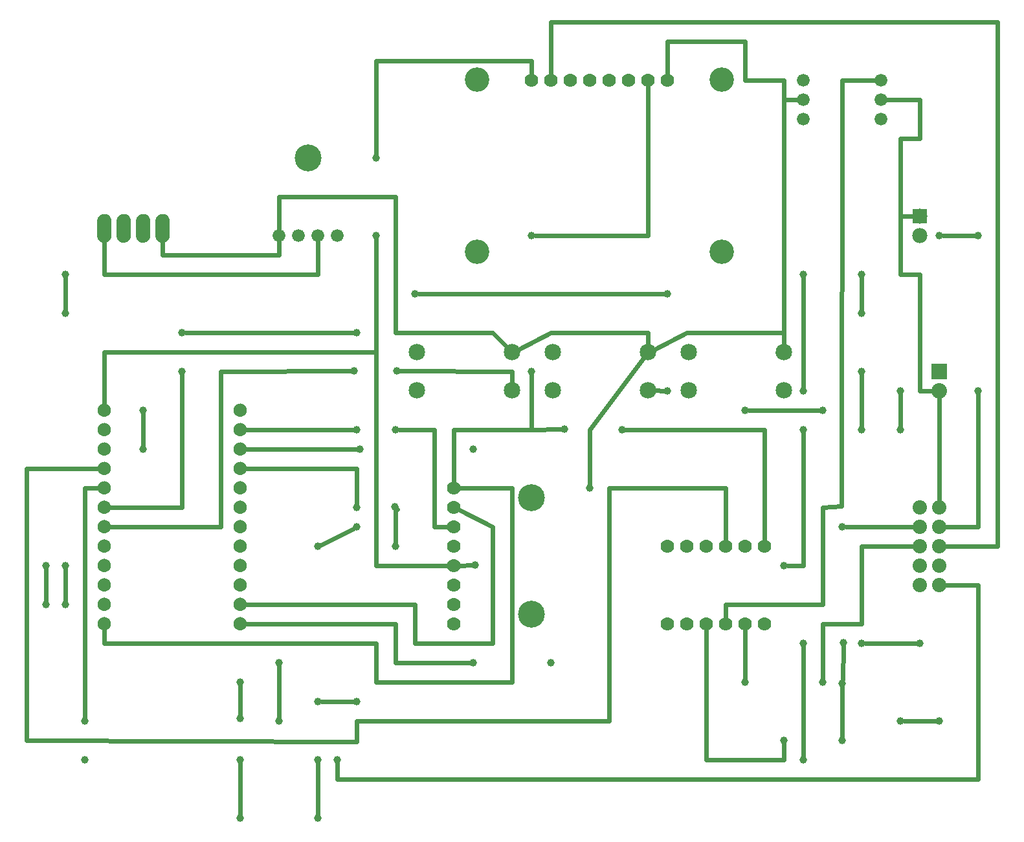
<source format=gbl>
G04 MADE WITH FRITZING*
G04 WWW.FRITZING.ORG*
G04 DOUBLE SIDED*
G04 HOLES PLATED*
G04 CONTOUR ON CENTER OF CONTOUR VECTOR*
%ASAXBY*%
%FSLAX23Y23*%
%MOIN*%
%OFA0B0*%
%SFA1.0B1.0*%
%ADD10C,0.039370*%
%ADD11C,0.074000*%
%ADD12C,0.138425*%
%ADD13C,0.066000*%
%ADD14C,0.080000*%
%ADD15C,0.073667*%
%ADD16C,0.070000*%
%ADD17C,0.068000*%
%ADD18C,0.085000*%
%ADD19C,0.078000*%
%ADD20C,0.125984*%
%ADD21R,0.080000X0.080000*%
%ADD22R,0.078000X0.078000*%
%ADD23C,0.024000*%
%ADD24R,0.001000X0.001000*%
%LNCOPPER0*%
G90*
G70*
G54D10*
X4296Y478D03*
X3996Y478D03*
X1796Y1578D03*
X1596Y1478D03*
X1196Y778D03*
X1196Y593D03*
X1196Y78D03*
X1196Y378D03*
X1996Y1478D03*
X196Y1378D03*
X196Y1178D03*
X4302Y981D03*
X3796Y778D03*
X4796Y578D03*
X4596Y578D03*
G54D11*
X496Y3078D03*
X596Y3078D03*
X696Y3078D03*
X796Y3078D03*
G54D10*
X4096Y2278D03*
X4096Y2078D03*
X4996Y2278D03*
X4396Y2878D03*
X4096Y2878D03*
X4396Y2678D03*
X2404Y1382D03*
X3996Y1378D03*
X4196Y778D03*
X4296Y1578D03*
X4296Y772D03*
X1796Y678D03*
X1596Y678D03*
X1696Y378D03*
X1796Y2078D03*
X1996Y2078D03*
X1993Y1682D03*
X1796Y1678D03*
X2396Y1978D03*
X1811Y1978D03*
X4396Y2378D03*
X4396Y2078D03*
X4096Y378D03*
X4096Y978D03*
X4596Y2078D03*
X4596Y2278D03*
X696Y2178D03*
X696Y1978D03*
X296Y2878D03*
X296Y2678D03*
X4196Y2178D03*
X3796Y2178D03*
X2996Y1778D03*
X2696Y3078D03*
X2696Y2378D03*
X2865Y2082D03*
X3161Y2078D03*
X1396Y878D03*
X1396Y578D03*
X1596Y378D03*
X1596Y78D03*
X4996Y3078D03*
X4796Y3078D03*
X396Y578D03*
X396Y378D03*
X896Y2378D03*
X896Y2578D03*
X1796Y2578D03*
X2096Y2778D03*
X3396Y2778D03*
X3396Y2278D03*
X1896Y3478D03*
X1896Y3078D03*
X2396Y878D03*
X2796Y878D03*
X1783Y2382D03*
X2001Y2382D03*
X296Y1378D03*
X296Y1178D03*
X4396Y978D03*
X4696Y978D03*
G54D12*
X1546Y3478D03*
G54D13*
X1696Y3078D03*
X1596Y3078D03*
X1496Y3078D03*
X1396Y3078D03*
G54D14*
X4796Y2378D03*
X4796Y2278D03*
G54D15*
X4696Y1678D03*
X4796Y1678D03*
X4696Y1578D03*
X4796Y1578D03*
X4696Y1478D03*
X4796Y1478D03*
X4696Y1378D03*
X4796Y1378D03*
X4696Y1278D03*
X4796Y1278D03*
G54D16*
X3496Y1478D03*
X3596Y1478D03*
X3696Y1478D03*
X3796Y1478D03*
X3896Y1478D03*
X3396Y1078D03*
X3496Y1078D03*
X3596Y1078D03*
X3696Y1078D03*
X3796Y1078D03*
X3896Y1078D03*
X3396Y1478D03*
G54D17*
X496Y1978D03*
X496Y1878D03*
X496Y2078D03*
X496Y2178D03*
X496Y1778D03*
X496Y1678D03*
X496Y1578D03*
X496Y1478D03*
X496Y1378D03*
X496Y1278D03*
X496Y1178D03*
X496Y1078D03*
X1196Y1878D03*
X1196Y1978D03*
X1196Y2078D03*
X1196Y2178D03*
X1196Y1778D03*
X1196Y1678D03*
X1196Y1578D03*
X1196Y1478D03*
X1196Y1278D03*
X1196Y1378D03*
X1196Y1178D03*
X1196Y1078D03*
G54D18*
X3504Y2478D03*
X3504Y2281D03*
X3996Y2281D03*
X3996Y2478D03*
X2804Y2478D03*
X2804Y2281D03*
X3296Y2281D03*
X3296Y2478D03*
X2104Y2478D03*
X2104Y2281D03*
X2596Y2281D03*
X2596Y2478D03*
G54D13*
X4496Y3878D03*
X4496Y3778D03*
X4496Y3678D03*
X4096Y3678D03*
X4096Y3778D03*
X4096Y3878D03*
G54D19*
X4696Y3178D03*
X4696Y3078D03*
G54D16*
X2796Y3878D03*
X3396Y3878D03*
G54D20*
X2416Y2995D03*
G54D16*
X2896Y3878D03*
G54D20*
X2416Y3881D03*
G54D16*
X2996Y3878D03*
G54D20*
X3676Y3881D03*
G54D16*
X3096Y3878D03*
G54D20*
X3676Y2995D03*
G54D16*
X3196Y3878D03*
X3296Y3878D03*
X2696Y3878D03*
G54D12*
X2696Y1128D03*
G54D16*
X2296Y1078D03*
X2296Y1178D03*
X2296Y1278D03*
X2296Y1378D03*
G54D12*
X2696Y1728D03*
G54D16*
X2296Y1478D03*
X2296Y1578D03*
X2296Y1678D03*
X2296Y1778D03*
G54D21*
X4796Y2378D03*
G54D22*
X4696Y3178D03*
G54D23*
X1613Y1486D02*
X1779Y1569D01*
D02*
X1196Y612D02*
X1196Y759D01*
D02*
X1196Y97D02*
X1196Y359D01*
D02*
X4301Y962D02*
X4297Y791D01*
D02*
X4615Y578D02*
X4777Y578D01*
D02*
X1396Y2978D02*
X796Y2978D01*
D02*
X796Y2978D02*
X796Y3045D01*
D02*
X1396Y3047D02*
X1396Y2978D01*
D02*
X496Y2878D02*
X496Y3045D01*
D02*
X1596Y2878D02*
X496Y2878D01*
D02*
X1596Y3047D02*
X1596Y2878D01*
D02*
X2385Y1381D02*
X2327Y1379D01*
D02*
X4096Y1378D02*
X4015Y1378D01*
D02*
X4096Y2059D02*
X4096Y1378D01*
D02*
X4828Y1578D02*
X4996Y1578D01*
D02*
X4996Y1578D02*
X4996Y2259D01*
D02*
X4096Y2297D02*
X4096Y2859D01*
D02*
X4396Y2697D02*
X4396Y2859D01*
D02*
X3596Y378D02*
X3596Y1047D01*
D02*
X4296Y753D02*
X4296Y497D01*
D02*
X3996Y378D02*
X3596Y378D01*
D02*
X3996Y459D02*
X3996Y378D01*
D02*
X4665Y1578D02*
X4315Y1578D01*
D02*
X3796Y797D02*
X3796Y1047D01*
D02*
X4396Y1078D02*
X4196Y1078D01*
D02*
X4396Y1478D02*
X4396Y1078D01*
D02*
X4665Y1478D02*
X4396Y1478D01*
D02*
X4196Y1078D02*
X4196Y797D01*
D02*
X1615Y678D02*
X1777Y678D01*
D02*
X1696Y359D02*
X1696Y278D01*
D02*
X4996Y278D02*
X4996Y1278D01*
D02*
X2196Y1578D02*
X2196Y2078D01*
D02*
X2196Y2078D02*
X2015Y2078D01*
D02*
X1777Y2078D02*
X1225Y2078D01*
D02*
X2265Y1578D02*
X2196Y1578D01*
D02*
X2006Y1668D02*
X1996Y1678D01*
D02*
X1996Y1678D02*
X1996Y1497D01*
D02*
X1796Y1878D02*
X1796Y1697D01*
D02*
X1225Y1878D02*
X1796Y1878D01*
D02*
X1792Y1978D02*
X1225Y1978D01*
D02*
X4396Y2097D02*
X4396Y2359D01*
D02*
X4596Y2259D02*
X4596Y2097D01*
D02*
X4596Y3178D02*
X4596Y3578D01*
D02*
X4696Y3778D02*
X4527Y3778D01*
D02*
X4666Y3178D02*
X4596Y3178D01*
D02*
X4096Y397D02*
X4096Y959D01*
D02*
X696Y2159D02*
X696Y1997D01*
D02*
X296Y2859D02*
X296Y2697D01*
D02*
X3815Y2178D02*
X4177Y2178D01*
D02*
X2996Y2078D02*
X3275Y2450D01*
D02*
X2996Y1797D02*
X2996Y2078D01*
D02*
X3296Y3078D02*
X3296Y3847D01*
D02*
X2715Y3078D02*
X3296Y3078D01*
D02*
X2696Y2078D02*
X2696Y2359D01*
D02*
X2296Y2078D02*
X2696Y2078D01*
D02*
X2296Y1809D02*
X2296Y2078D01*
D02*
X3180Y2078D02*
X3896Y2078D01*
D02*
X3896Y2078D02*
X3896Y1509D01*
D02*
X2696Y2078D02*
X2846Y2082D01*
D02*
X2696Y2359D02*
X2696Y2078D01*
D02*
X1396Y859D02*
X1396Y597D01*
D02*
X1596Y359D02*
X1596Y97D01*
D02*
X4815Y3078D02*
X4977Y3078D01*
D02*
X3696Y1178D02*
X3696Y1109D01*
D02*
X4196Y1178D02*
X3696Y1178D01*
D02*
X4196Y1678D02*
X4196Y1178D01*
D02*
X4293Y1685D02*
X4196Y1678D01*
D02*
X4296Y3878D02*
X4293Y1685D01*
D02*
X4465Y3878D02*
X4296Y3878D01*
D02*
X3377Y2778D02*
X2115Y2778D01*
D02*
X1777Y2578D02*
X915Y2578D01*
D02*
X896Y2359D02*
X896Y1678D01*
D02*
X896Y1678D02*
X525Y1678D01*
D02*
X3331Y2280D02*
X3377Y2279D01*
D02*
X5096Y1478D02*
X4828Y1478D01*
D02*
X5096Y4178D02*
X5096Y1478D01*
D02*
X2796Y4178D02*
X5096Y4178D01*
D02*
X2796Y3909D02*
X2796Y4178D01*
D02*
X1896Y1378D02*
X1896Y3059D01*
D02*
X1896Y3497D02*
X1896Y3978D01*
D02*
X2696Y3978D02*
X2696Y3909D01*
D02*
X1896Y3978D02*
X2696Y3978D01*
D02*
X2265Y1378D02*
X1896Y1378D01*
D02*
X1796Y1078D02*
X1225Y1078D01*
D02*
X1996Y1078D02*
X1796Y1078D01*
D02*
X1996Y878D02*
X1996Y1078D01*
D02*
X2377Y878D02*
X1996Y878D01*
D02*
X1764Y2382D02*
X1096Y2378D01*
D02*
X2596Y2378D02*
X2020Y2382D01*
D02*
X1096Y2378D02*
X1096Y1578D01*
D02*
X1096Y1578D02*
X525Y1578D01*
D02*
X2596Y2316D02*
X2596Y2378D01*
D02*
X4677Y978D02*
X4415Y978D01*
D02*
X396Y1778D02*
X396Y597D01*
D02*
X467Y1778D02*
X396Y1778D01*
D02*
X1896Y1378D02*
X2265Y1378D01*
D02*
X1896Y2478D02*
X1896Y1378D01*
D02*
X496Y2478D02*
X1896Y2478D01*
D02*
X496Y2207D02*
X496Y2478D01*
D02*
X3696Y1778D02*
X3696Y1509D01*
D02*
X3096Y1778D02*
X3696Y1778D01*
D02*
X3096Y578D02*
X3096Y1778D01*
D02*
X96Y478D02*
X1796Y472D01*
D02*
X96Y1878D02*
X96Y478D01*
D02*
X467Y1878D02*
X96Y1878D01*
D02*
X2596Y1778D02*
X2327Y1778D01*
D02*
X2596Y778D02*
X2596Y1778D01*
D02*
X1896Y778D02*
X2596Y778D01*
D02*
X1896Y978D02*
X1896Y778D01*
D02*
X496Y978D02*
X1896Y978D01*
D02*
X496Y1049D02*
X496Y978D01*
D02*
X1296Y1178D02*
X1225Y1178D01*
D02*
X2096Y1178D02*
X1296Y1178D01*
D02*
X2096Y978D02*
X2096Y1178D01*
D02*
X2496Y978D02*
X2096Y978D01*
D02*
X2496Y1578D02*
X2496Y978D01*
D02*
X2324Y1664D02*
X2496Y1578D01*
D02*
X2496Y2578D02*
X2572Y2503D01*
D02*
X1996Y2578D02*
X2496Y2578D01*
D02*
X1996Y3278D02*
X1996Y2578D01*
D02*
X1396Y3278D02*
X1996Y3278D01*
D02*
X1396Y3109D02*
X1396Y3278D01*
D02*
X3296Y2578D02*
X3296Y2513D01*
D02*
X2796Y2578D02*
X3296Y2578D01*
D02*
X2627Y2493D02*
X2796Y2578D01*
D02*
X3796Y3878D02*
X3796Y4078D01*
D02*
X3796Y4078D02*
X3396Y4078D01*
D02*
X3396Y4078D02*
X3396Y3909D01*
D02*
X3996Y3878D02*
X3796Y3878D01*
D02*
X3996Y3778D02*
X3996Y3878D01*
D02*
X4065Y3778D02*
X3996Y3778D01*
D02*
X3996Y2478D02*
X3996Y3778D01*
D02*
X3996Y3778D02*
X4065Y3778D01*
D02*
X3962Y2476D02*
X3996Y2478D01*
D02*
X3996Y2578D02*
X3496Y2578D01*
D02*
X3496Y2578D02*
X3327Y2493D01*
D02*
X3996Y2513D02*
X3996Y2578D01*
D02*
X4796Y2247D02*
X4796Y1709D01*
D02*
X4696Y2278D02*
X4765Y2278D01*
D02*
X4596Y3178D02*
X4596Y2878D01*
D02*
X4666Y3178D02*
X4596Y3178D01*
D02*
X1696Y278D02*
X4996Y278D01*
D02*
X4996Y1278D02*
X4828Y1278D01*
D02*
X4696Y2878D02*
X4696Y2278D01*
D02*
X4596Y2878D02*
X4696Y2878D01*
D02*
X4696Y3578D02*
X4696Y3778D01*
D02*
X4596Y3578D02*
X4696Y3578D01*
D02*
X296Y1197D02*
X296Y1359D01*
D02*
X196Y1197D02*
X196Y1359D01*
D02*
X1796Y578D02*
X3096Y578D01*
D02*
X1796Y472D02*
X1796Y578D01*
G54D24*
X488Y3189D02*
X503Y3189D01*
X588Y3189D02*
X603Y3189D01*
X688Y3189D02*
X703Y3189D01*
X788Y3189D02*
X803Y3189D01*
X485Y3188D02*
X507Y3188D01*
X584Y3188D02*
X607Y3188D01*
X684Y3188D02*
X707Y3188D01*
X784Y3188D02*
X807Y3188D01*
X482Y3187D02*
X510Y3187D01*
X582Y3187D02*
X610Y3187D01*
X682Y3187D02*
X710Y3187D01*
X782Y3187D02*
X810Y3187D01*
X480Y3186D02*
X512Y3186D01*
X580Y3186D02*
X612Y3186D01*
X680Y3186D02*
X712Y3186D01*
X780Y3186D02*
X812Y3186D01*
X478Y3185D02*
X514Y3185D01*
X578Y3185D02*
X614Y3185D01*
X678Y3185D02*
X714Y3185D01*
X778Y3185D02*
X814Y3185D01*
X476Y3184D02*
X515Y3184D01*
X576Y3184D02*
X615Y3184D01*
X676Y3184D02*
X715Y3184D01*
X776Y3184D02*
X815Y3184D01*
X475Y3183D02*
X517Y3183D01*
X575Y3183D02*
X617Y3183D01*
X675Y3183D02*
X717Y3183D01*
X775Y3183D02*
X817Y3183D01*
X473Y3182D02*
X518Y3182D01*
X573Y3182D02*
X618Y3182D01*
X673Y3182D02*
X718Y3182D01*
X773Y3182D02*
X818Y3182D01*
X472Y3181D02*
X519Y3181D01*
X572Y3181D02*
X619Y3181D01*
X672Y3181D02*
X719Y3181D01*
X772Y3181D02*
X819Y3181D01*
X471Y3180D02*
X520Y3180D01*
X571Y3180D02*
X620Y3180D01*
X671Y3180D02*
X720Y3180D01*
X771Y3180D02*
X820Y3180D01*
X470Y3179D02*
X521Y3179D01*
X570Y3179D02*
X621Y3179D01*
X670Y3179D02*
X721Y3179D01*
X770Y3179D02*
X821Y3179D01*
X469Y3178D02*
X522Y3178D01*
X569Y3178D02*
X622Y3178D01*
X669Y3178D02*
X722Y3178D01*
X769Y3178D02*
X822Y3178D01*
X468Y3177D02*
X523Y3177D01*
X568Y3177D02*
X623Y3177D01*
X668Y3177D02*
X723Y3177D01*
X768Y3177D02*
X823Y3177D01*
X467Y3176D02*
X524Y3176D01*
X567Y3176D02*
X624Y3176D01*
X667Y3176D02*
X724Y3176D01*
X767Y3176D02*
X824Y3176D01*
X467Y3175D02*
X525Y3175D01*
X567Y3175D02*
X625Y3175D01*
X667Y3175D02*
X725Y3175D01*
X767Y3175D02*
X825Y3175D01*
X466Y3174D02*
X526Y3174D01*
X566Y3174D02*
X626Y3174D01*
X666Y3174D02*
X726Y3174D01*
X766Y3174D02*
X826Y3174D01*
X465Y3173D02*
X526Y3173D01*
X565Y3173D02*
X626Y3173D01*
X665Y3173D02*
X726Y3173D01*
X765Y3173D02*
X826Y3173D01*
X465Y3172D02*
X527Y3172D01*
X565Y3172D02*
X627Y3172D01*
X665Y3172D02*
X727Y3172D01*
X764Y3172D02*
X827Y3172D01*
X464Y3171D02*
X527Y3171D01*
X564Y3171D02*
X627Y3171D01*
X664Y3171D02*
X727Y3171D01*
X764Y3171D02*
X827Y3171D01*
X463Y3170D02*
X528Y3170D01*
X563Y3170D02*
X628Y3170D01*
X663Y3170D02*
X728Y3170D01*
X763Y3170D02*
X828Y3170D01*
X463Y3169D02*
X528Y3169D01*
X563Y3169D02*
X628Y3169D01*
X663Y3169D02*
X728Y3169D01*
X763Y3169D02*
X828Y3169D01*
X462Y3168D02*
X529Y3168D01*
X562Y3168D02*
X629Y3168D01*
X662Y3168D02*
X729Y3168D01*
X762Y3168D02*
X829Y3168D01*
X462Y3167D02*
X529Y3167D01*
X562Y3167D02*
X629Y3167D01*
X662Y3167D02*
X729Y3167D01*
X762Y3167D02*
X829Y3167D01*
X462Y3166D02*
X530Y3166D01*
X562Y3166D02*
X630Y3166D01*
X662Y3166D02*
X730Y3166D01*
X762Y3166D02*
X830Y3166D01*
X461Y3165D02*
X530Y3165D01*
X561Y3165D02*
X630Y3165D01*
X661Y3165D02*
X730Y3165D01*
X761Y3165D02*
X830Y3165D01*
X461Y3164D02*
X530Y3164D01*
X561Y3164D02*
X630Y3164D01*
X661Y3164D02*
X730Y3164D01*
X761Y3164D02*
X830Y3164D01*
X461Y3163D02*
X531Y3163D01*
X561Y3163D02*
X631Y3163D01*
X661Y3163D02*
X731Y3163D01*
X761Y3163D02*
X831Y3163D01*
X460Y3162D02*
X531Y3162D01*
X560Y3162D02*
X631Y3162D01*
X660Y3162D02*
X731Y3162D01*
X760Y3162D02*
X831Y3162D01*
X460Y3161D02*
X531Y3161D01*
X560Y3161D02*
X631Y3161D01*
X660Y3161D02*
X731Y3161D01*
X760Y3161D02*
X831Y3161D01*
X460Y3160D02*
X532Y3160D01*
X560Y3160D02*
X631Y3160D01*
X660Y3160D02*
X731Y3160D01*
X760Y3160D02*
X831Y3160D01*
X460Y3159D02*
X532Y3159D01*
X560Y3159D02*
X632Y3159D01*
X660Y3159D02*
X732Y3159D01*
X760Y3159D02*
X832Y3159D01*
X460Y3158D02*
X532Y3158D01*
X560Y3158D02*
X632Y3158D01*
X660Y3158D02*
X732Y3158D01*
X760Y3158D02*
X832Y3158D01*
X459Y3157D02*
X532Y3157D01*
X559Y3157D02*
X632Y3157D01*
X659Y3157D02*
X732Y3157D01*
X759Y3157D02*
X832Y3157D01*
X459Y3156D02*
X532Y3156D01*
X559Y3156D02*
X632Y3156D01*
X659Y3156D02*
X732Y3156D01*
X759Y3156D02*
X832Y3156D01*
X459Y3155D02*
X532Y3155D01*
X559Y3155D02*
X632Y3155D01*
X659Y3155D02*
X732Y3155D01*
X759Y3155D02*
X832Y3155D01*
X459Y3154D02*
X532Y3154D01*
X559Y3154D02*
X632Y3154D01*
X659Y3154D02*
X732Y3154D01*
X759Y3154D02*
X832Y3154D01*
X459Y3153D02*
X532Y3153D01*
X559Y3153D02*
X632Y3153D01*
X659Y3153D02*
X732Y3153D01*
X759Y3153D02*
X832Y3153D01*
X459Y3152D02*
X532Y3152D01*
X559Y3152D02*
X632Y3152D01*
X659Y3152D02*
X732Y3152D01*
X759Y3152D02*
X832Y3152D01*
X459Y3151D02*
X532Y3151D01*
X559Y3151D02*
X632Y3151D01*
X659Y3151D02*
X732Y3151D01*
X759Y3151D02*
X832Y3151D01*
X459Y3150D02*
X532Y3150D01*
X559Y3150D02*
X632Y3150D01*
X659Y3150D02*
X732Y3150D01*
X759Y3150D02*
X832Y3150D01*
X459Y3149D02*
X532Y3149D01*
X559Y3149D02*
X632Y3149D01*
X659Y3149D02*
X732Y3149D01*
X759Y3149D02*
X832Y3149D01*
X459Y3148D02*
X532Y3148D01*
X559Y3148D02*
X632Y3148D01*
X659Y3148D02*
X732Y3148D01*
X759Y3148D02*
X832Y3148D01*
X459Y3147D02*
X532Y3147D01*
X559Y3147D02*
X632Y3147D01*
X659Y3147D02*
X732Y3147D01*
X759Y3147D02*
X832Y3147D01*
X459Y3146D02*
X532Y3146D01*
X559Y3146D02*
X632Y3146D01*
X659Y3146D02*
X732Y3146D01*
X759Y3146D02*
X832Y3146D01*
X459Y3145D02*
X532Y3145D01*
X559Y3145D02*
X632Y3145D01*
X659Y3145D02*
X732Y3145D01*
X759Y3145D02*
X832Y3145D01*
X459Y3144D02*
X532Y3144D01*
X559Y3144D02*
X632Y3144D01*
X659Y3144D02*
X732Y3144D01*
X759Y3144D02*
X832Y3144D01*
X459Y3143D02*
X532Y3143D01*
X559Y3143D02*
X632Y3143D01*
X659Y3143D02*
X732Y3143D01*
X759Y3143D02*
X832Y3143D01*
X459Y3142D02*
X532Y3142D01*
X559Y3142D02*
X632Y3142D01*
X659Y3142D02*
X732Y3142D01*
X759Y3142D02*
X832Y3142D01*
X459Y3141D02*
X532Y3141D01*
X559Y3141D02*
X632Y3141D01*
X659Y3141D02*
X732Y3141D01*
X759Y3141D02*
X832Y3141D01*
X459Y3140D02*
X532Y3140D01*
X559Y3140D02*
X632Y3140D01*
X659Y3140D02*
X732Y3140D01*
X759Y3140D02*
X832Y3140D01*
X459Y3139D02*
X532Y3139D01*
X559Y3139D02*
X632Y3139D01*
X659Y3139D02*
X732Y3139D01*
X759Y3139D02*
X832Y3139D01*
X459Y3138D02*
X532Y3138D01*
X559Y3138D02*
X632Y3138D01*
X659Y3138D02*
X732Y3138D01*
X759Y3138D02*
X832Y3138D01*
X459Y3137D02*
X532Y3137D01*
X559Y3137D02*
X632Y3137D01*
X659Y3137D02*
X732Y3137D01*
X759Y3137D02*
X832Y3137D01*
X459Y3136D02*
X532Y3136D01*
X559Y3136D02*
X632Y3136D01*
X659Y3136D02*
X732Y3136D01*
X759Y3136D02*
X832Y3136D01*
X459Y3135D02*
X532Y3135D01*
X559Y3135D02*
X632Y3135D01*
X659Y3135D02*
X732Y3135D01*
X759Y3135D02*
X832Y3135D01*
X459Y3134D02*
X532Y3134D01*
X559Y3134D02*
X632Y3134D01*
X659Y3134D02*
X732Y3134D01*
X759Y3134D02*
X832Y3134D01*
X459Y3133D02*
X532Y3133D01*
X559Y3133D02*
X632Y3133D01*
X659Y3133D02*
X732Y3133D01*
X759Y3133D02*
X832Y3133D01*
X459Y3132D02*
X532Y3132D01*
X559Y3132D02*
X632Y3132D01*
X659Y3132D02*
X732Y3132D01*
X759Y3132D02*
X832Y3132D01*
X459Y3131D02*
X532Y3131D01*
X559Y3131D02*
X632Y3131D01*
X659Y3131D02*
X732Y3131D01*
X759Y3131D02*
X832Y3131D01*
X459Y3130D02*
X532Y3130D01*
X559Y3130D02*
X632Y3130D01*
X659Y3130D02*
X732Y3130D01*
X759Y3130D02*
X832Y3130D01*
X459Y3129D02*
X532Y3129D01*
X559Y3129D02*
X632Y3129D01*
X659Y3129D02*
X732Y3129D01*
X759Y3129D02*
X832Y3129D01*
X459Y3128D02*
X532Y3128D01*
X559Y3128D02*
X632Y3128D01*
X659Y3128D02*
X732Y3128D01*
X759Y3128D02*
X832Y3128D01*
X459Y3127D02*
X532Y3127D01*
X559Y3127D02*
X632Y3127D01*
X659Y3127D02*
X732Y3127D01*
X759Y3127D02*
X832Y3127D01*
X459Y3126D02*
X532Y3126D01*
X559Y3126D02*
X632Y3126D01*
X659Y3126D02*
X732Y3126D01*
X759Y3126D02*
X832Y3126D01*
X459Y3125D02*
X532Y3125D01*
X559Y3125D02*
X632Y3125D01*
X659Y3125D02*
X732Y3125D01*
X759Y3125D02*
X832Y3125D01*
X459Y3124D02*
X532Y3124D01*
X559Y3124D02*
X632Y3124D01*
X659Y3124D02*
X732Y3124D01*
X759Y3124D02*
X832Y3124D01*
X459Y3123D02*
X532Y3123D01*
X559Y3123D02*
X632Y3123D01*
X659Y3123D02*
X732Y3123D01*
X759Y3123D02*
X832Y3123D01*
X459Y3122D02*
X532Y3122D01*
X559Y3122D02*
X632Y3122D01*
X659Y3122D02*
X732Y3122D01*
X759Y3122D02*
X832Y3122D01*
X459Y3121D02*
X532Y3121D01*
X559Y3121D02*
X632Y3121D01*
X659Y3121D02*
X732Y3121D01*
X759Y3121D02*
X832Y3121D01*
X459Y3120D02*
X532Y3120D01*
X559Y3120D02*
X632Y3120D01*
X659Y3120D02*
X732Y3120D01*
X759Y3120D02*
X832Y3120D01*
X459Y3119D02*
X532Y3119D01*
X559Y3119D02*
X632Y3119D01*
X659Y3119D02*
X732Y3119D01*
X759Y3119D02*
X832Y3119D01*
X459Y3118D02*
X532Y3118D01*
X559Y3118D02*
X632Y3118D01*
X659Y3118D02*
X732Y3118D01*
X759Y3118D02*
X832Y3118D01*
X459Y3117D02*
X532Y3117D01*
X559Y3117D02*
X632Y3117D01*
X659Y3117D02*
X732Y3117D01*
X759Y3117D02*
X832Y3117D01*
X459Y3116D02*
X532Y3116D01*
X559Y3116D02*
X632Y3116D01*
X659Y3116D02*
X732Y3116D01*
X759Y3116D02*
X832Y3116D01*
X459Y3115D02*
X532Y3115D01*
X559Y3115D02*
X632Y3115D01*
X659Y3115D02*
X732Y3115D01*
X759Y3115D02*
X832Y3115D01*
X459Y3114D02*
X532Y3114D01*
X559Y3114D02*
X632Y3114D01*
X659Y3114D02*
X732Y3114D01*
X759Y3114D02*
X832Y3114D01*
X459Y3113D02*
X532Y3113D01*
X559Y3113D02*
X632Y3113D01*
X659Y3113D02*
X732Y3113D01*
X759Y3113D02*
X832Y3113D01*
X459Y3112D02*
X532Y3112D01*
X559Y3112D02*
X632Y3112D01*
X659Y3112D02*
X732Y3112D01*
X759Y3112D02*
X832Y3112D01*
X459Y3111D02*
X532Y3111D01*
X559Y3111D02*
X632Y3111D01*
X659Y3111D02*
X732Y3111D01*
X759Y3111D02*
X832Y3111D01*
X459Y3110D02*
X532Y3110D01*
X559Y3110D02*
X632Y3110D01*
X659Y3110D02*
X732Y3110D01*
X759Y3110D02*
X832Y3110D01*
X459Y3109D02*
X532Y3109D01*
X559Y3109D02*
X632Y3109D01*
X659Y3109D02*
X732Y3109D01*
X759Y3109D02*
X832Y3109D01*
X459Y3108D02*
X532Y3108D01*
X559Y3108D02*
X632Y3108D01*
X659Y3108D02*
X732Y3108D01*
X759Y3108D02*
X832Y3108D01*
X459Y3107D02*
X532Y3107D01*
X559Y3107D02*
X632Y3107D01*
X659Y3107D02*
X732Y3107D01*
X759Y3107D02*
X832Y3107D01*
X459Y3106D02*
X532Y3106D01*
X559Y3106D02*
X632Y3106D01*
X659Y3106D02*
X732Y3106D01*
X759Y3106D02*
X832Y3106D01*
X459Y3105D02*
X532Y3105D01*
X559Y3105D02*
X632Y3105D01*
X659Y3105D02*
X732Y3105D01*
X759Y3105D02*
X832Y3105D01*
X459Y3104D02*
X532Y3104D01*
X559Y3104D02*
X632Y3104D01*
X659Y3104D02*
X732Y3104D01*
X759Y3104D02*
X832Y3104D01*
X459Y3103D02*
X532Y3103D01*
X559Y3103D02*
X632Y3103D01*
X659Y3103D02*
X732Y3103D01*
X759Y3103D02*
X832Y3103D01*
X459Y3102D02*
X532Y3102D01*
X559Y3102D02*
X632Y3102D01*
X659Y3102D02*
X732Y3102D01*
X759Y3102D02*
X832Y3102D01*
X459Y3101D02*
X532Y3101D01*
X559Y3101D02*
X632Y3101D01*
X659Y3101D02*
X732Y3101D01*
X759Y3101D02*
X832Y3101D01*
X459Y3100D02*
X489Y3100D01*
X502Y3100D02*
X532Y3100D01*
X559Y3100D02*
X589Y3100D01*
X602Y3100D02*
X632Y3100D01*
X659Y3100D02*
X689Y3100D01*
X702Y3100D02*
X732Y3100D01*
X759Y3100D02*
X789Y3100D01*
X802Y3100D02*
X832Y3100D01*
X459Y3099D02*
X486Y3099D01*
X505Y3099D02*
X532Y3099D01*
X559Y3099D02*
X586Y3099D01*
X605Y3099D02*
X632Y3099D01*
X659Y3099D02*
X686Y3099D01*
X705Y3099D02*
X732Y3099D01*
X759Y3099D02*
X786Y3099D01*
X805Y3099D02*
X832Y3099D01*
X459Y3098D02*
X484Y3098D01*
X507Y3098D02*
X532Y3098D01*
X559Y3098D02*
X584Y3098D01*
X607Y3098D02*
X632Y3098D01*
X659Y3098D02*
X684Y3098D01*
X707Y3098D02*
X732Y3098D01*
X759Y3098D02*
X784Y3098D01*
X807Y3098D02*
X832Y3098D01*
X459Y3097D02*
X483Y3097D01*
X509Y3097D02*
X532Y3097D01*
X559Y3097D02*
X583Y3097D01*
X609Y3097D02*
X632Y3097D01*
X659Y3097D02*
X683Y3097D01*
X709Y3097D02*
X732Y3097D01*
X759Y3097D02*
X783Y3097D01*
X809Y3097D02*
X832Y3097D01*
X459Y3096D02*
X481Y3096D01*
X510Y3096D02*
X532Y3096D01*
X559Y3096D02*
X581Y3096D01*
X610Y3096D02*
X632Y3096D01*
X659Y3096D02*
X681Y3096D01*
X710Y3096D02*
X732Y3096D01*
X759Y3096D02*
X781Y3096D01*
X810Y3096D02*
X832Y3096D01*
X459Y3095D02*
X480Y3095D01*
X511Y3095D02*
X532Y3095D01*
X559Y3095D02*
X580Y3095D01*
X611Y3095D02*
X632Y3095D01*
X659Y3095D02*
X680Y3095D01*
X711Y3095D02*
X732Y3095D01*
X759Y3095D02*
X780Y3095D01*
X811Y3095D02*
X832Y3095D01*
X459Y3094D02*
X479Y3094D01*
X512Y3094D02*
X532Y3094D01*
X559Y3094D02*
X579Y3094D01*
X612Y3094D02*
X632Y3094D01*
X659Y3094D02*
X679Y3094D01*
X712Y3094D02*
X732Y3094D01*
X759Y3094D02*
X779Y3094D01*
X812Y3094D02*
X832Y3094D01*
X459Y3093D02*
X478Y3093D01*
X513Y3093D02*
X532Y3093D01*
X559Y3093D02*
X578Y3093D01*
X613Y3093D02*
X632Y3093D01*
X659Y3093D02*
X678Y3093D01*
X713Y3093D02*
X732Y3093D01*
X759Y3093D02*
X778Y3093D01*
X813Y3093D02*
X832Y3093D01*
X459Y3092D02*
X478Y3092D01*
X514Y3092D02*
X532Y3092D01*
X559Y3092D02*
X578Y3092D01*
X614Y3092D02*
X632Y3092D01*
X659Y3092D02*
X678Y3092D01*
X714Y3092D02*
X732Y3092D01*
X759Y3092D02*
X778Y3092D01*
X814Y3092D02*
X832Y3092D01*
X459Y3091D02*
X477Y3091D01*
X515Y3091D02*
X532Y3091D01*
X559Y3091D02*
X577Y3091D01*
X615Y3091D02*
X632Y3091D01*
X659Y3091D02*
X677Y3091D01*
X715Y3091D02*
X732Y3091D01*
X759Y3091D02*
X777Y3091D01*
X815Y3091D02*
X832Y3091D01*
X459Y3090D02*
X476Y3090D01*
X515Y3090D02*
X532Y3090D01*
X559Y3090D02*
X576Y3090D01*
X615Y3090D02*
X632Y3090D01*
X659Y3090D02*
X676Y3090D01*
X715Y3090D02*
X732Y3090D01*
X759Y3090D02*
X776Y3090D01*
X815Y3090D02*
X832Y3090D01*
X459Y3089D02*
X476Y3089D01*
X516Y3089D02*
X532Y3089D01*
X559Y3089D02*
X576Y3089D01*
X616Y3089D02*
X632Y3089D01*
X659Y3089D02*
X676Y3089D01*
X716Y3089D02*
X732Y3089D01*
X759Y3089D02*
X776Y3089D01*
X816Y3089D02*
X832Y3089D01*
X459Y3088D02*
X475Y3088D01*
X516Y3088D02*
X532Y3088D01*
X559Y3088D02*
X575Y3088D01*
X616Y3088D02*
X632Y3088D01*
X659Y3088D02*
X675Y3088D01*
X716Y3088D02*
X732Y3088D01*
X759Y3088D02*
X775Y3088D01*
X816Y3088D02*
X832Y3088D01*
X459Y3087D02*
X475Y3087D01*
X517Y3087D02*
X532Y3087D01*
X559Y3087D02*
X575Y3087D01*
X617Y3087D02*
X632Y3087D01*
X659Y3087D02*
X675Y3087D01*
X717Y3087D02*
X732Y3087D01*
X759Y3087D02*
X775Y3087D01*
X817Y3087D02*
X832Y3087D01*
X459Y3086D02*
X474Y3086D01*
X517Y3086D02*
X532Y3086D01*
X559Y3086D02*
X574Y3086D01*
X617Y3086D02*
X632Y3086D01*
X659Y3086D02*
X674Y3086D01*
X717Y3086D02*
X732Y3086D01*
X759Y3086D02*
X774Y3086D01*
X817Y3086D02*
X832Y3086D01*
X459Y3085D02*
X474Y3085D01*
X517Y3085D02*
X532Y3085D01*
X559Y3085D02*
X574Y3085D01*
X617Y3085D02*
X632Y3085D01*
X659Y3085D02*
X674Y3085D01*
X717Y3085D02*
X732Y3085D01*
X759Y3085D02*
X774Y3085D01*
X817Y3085D02*
X832Y3085D01*
X459Y3084D02*
X474Y3084D01*
X518Y3084D02*
X532Y3084D01*
X559Y3084D02*
X574Y3084D01*
X618Y3084D02*
X632Y3084D01*
X659Y3084D02*
X674Y3084D01*
X718Y3084D02*
X732Y3084D01*
X759Y3084D02*
X774Y3084D01*
X818Y3084D02*
X832Y3084D01*
X459Y3083D02*
X474Y3083D01*
X518Y3083D02*
X532Y3083D01*
X559Y3083D02*
X574Y3083D01*
X618Y3083D02*
X632Y3083D01*
X659Y3083D02*
X674Y3083D01*
X718Y3083D02*
X732Y3083D01*
X759Y3083D02*
X774Y3083D01*
X818Y3083D02*
X832Y3083D01*
X459Y3082D02*
X473Y3082D01*
X518Y3082D02*
X532Y3082D01*
X559Y3082D02*
X573Y3082D01*
X618Y3082D02*
X632Y3082D01*
X659Y3082D02*
X673Y3082D01*
X718Y3082D02*
X732Y3082D01*
X759Y3082D02*
X773Y3082D01*
X818Y3082D02*
X832Y3082D01*
X459Y3081D02*
X473Y3081D01*
X518Y3081D02*
X532Y3081D01*
X559Y3081D02*
X573Y3081D01*
X618Y3081D02*
X632Y3081D01*
X659Y3081D02*
X673Y3081D01*
X718Y3081D02*
X732Y3081D01*
X759Y3081D02*
X773Y3081D01*
X818Y3081D02*
X832Y3081D01*
X459Y3080D02*
X473Y3080D01*
X518Y3080D02*
X532Y3080D01*
X559Y3080D02*
X573Y3080D01*
X618Y3080D02*
X632Y3080D01*
X659Y3080D02*
X673Y3080D01*
X718Y3080D02*
X732Y3080D01*
X759Y3080D02*
X773Y3080D01*
X818Y3080D02*
X832Y3080D01*
X459Y3079D02*
X473Y3079D01*
X518Y3079D02*
X532Y3079D01*
X559Y3079D02*
X573Y3079D01*
X618Y3079D02*
X632Y3079D01*
X659Y3079D02*
X673Y3079D01*
X718Y3079D02*
X732Y3079D01*
X759Y3079D02*
X773Y3079D01*
X818Y3079D02*
X832Y3079D01*
X459Y3078D02*
X473Y3078D01*
X518Y3078D02*
X532Y3078D01*
X559Y3078D02*
X573Y3078D01*
X618Y3078D02*
X632Y3078D01*
X659Y3078D02*
X673Y3078D01*
X718Y3078D02*
X732Y3078D01*
X759Y3078D02*
X773Y3078D01*
X818Y3078D02*
X832Y3078D01*
X459Y3077D02*
X473Y3077D01*
X518Y3077D02*
X532Y3077D01*
X559Y3077D02*
X573Y3077D01*
X618Y3077D02*
X632Y3077D01*
X659Y3077D02*
X673Y3077D01*
X718Y3077D02*
X732Y3077D01*
X759Y3077D02*
X773Y3077D01*
X818Y3077D02*
X832Y3077D01*
X459Y3076D02*
X473Y3076D01*
X518Y3076D02*
X532Y3076D01*
X559Y3076D02*
X573Y3076D01*
X618Y3076D02*
X632Y3076D01*
X659Y3076D02*
X673Y3076D01*
X718Y3076D02*
X732Y3076D01*
X759Y3076D02*
X773Y3076D01*
X818Y3076D02*
X832Y3076D01*
X459Y3075D02*
X474Y3075D01*
X518Y3075D02*
X532Y3075D01*
X559Y3075D02*
X574Y3075D01*
X618Y3075D02*
X632Y3075D01*
X659Y3075D02*
X674Y3075D01*
X718Y3075D02*
X732Y3075D01*
X759Y3075D02*
X774Y3075D01*
X818Y3075D02*
X832Y3075D01*
X460Y3074D02*
X474Y3074D01*
X518Y3074D02*
X532Y3074D01*
X560Y3074D02*
X574Y3074D01*
X618Y3074D02*
X632Y3074D01*
X660Y3074D02*
X674Y3074D01*
X718Y3074D02*
X732Y3074D01*
X760Y3074D02*
X774Y3074D01*
X818Y3074D02*
X832Y3074D01*
X460Y3073D02*
X474Y3073D01*
X517Y3073D02*
X532Y3073D01*
X560Y3073D02*
X574Y3073D01*
X617Y3073D02*
X632Y3073D01*
X660Y3073D02*
X674Y3073D01*
X717Y3073D02*
X732Y3073D01*
X760Y3073D02*
X774Y3073D01*
X817Y3073D02*
X832Y3073D01*
X460Y3072D02*
X474Y3072D01*
X517Y3072D02*
X532Y3072D01*
X560Y3072D02*
X574Y3072D01*
X617Y3072D02*
X632Y3072D01*
X660Y3072D02*
X674Y3072D01*
X717Y3072D02*
X732Y3072D01*
X760Y3072D02*
X774Y3072D01*
X817Y3072D02*
X831Y3072D01*
X460Y3071D02*
X475Y3071D01*
X517Y3071D02*
X531Y3071D01*
X560Y3071D02*
X575Y3071D01*
X617Y3071D02*
X631Y3071D01*
X660Y3071D02*
X675Y3071D01*
X717Y3071D02*
X731Y3071D01*
X760Y3071D02*
X775Y3071D01*
X817Y3071D02*
X831Y3071D01*
X460Y3070D02*
X475Y3070D01*
X516Y3070D02*
X531Y3070D01*
X560Y3070D02*
X575Y3070D01*
X616Y3070D02*
X631Y3070D01*
X660Y3070D02*
X675Y3070D01*
X716Y3070D02*
X731Y3070D01*
X760Y3070D02*
X775Y3070D01*
X816Y3070D02*
X831Y3070D01*
X461Y3069D02*
X476Y3069D01*
X516Y3069D02*
X531Y3069D01*
X561Y3069D02*
X576Y3069D01*
X616Y3069D02*
X631Y3069D01*
X661Y3069D02*
X676Y3069D01*
X716Y3069D02*
X731Y3069D01*
X761Y3069D02*
X776Y3069D01*
X816Y3069D02*
X831Y3069D01*
X461Y3068D02*
X476Y3068D01*
X515Y3068D02*
X531Y3068D01*
X561Y3068D02*
X576Y3068D01*
X615Y3068D02*
X631Y3068D01*
X661Y3068D02*
X676Y3068D01*
X715Y3068D02*
X731Y3068D01*
X761Y3068D02*
X776Y3068D01*
X815Y3068D02*
X830Y3068D01*
X461Y3067D02*
X477Y3067D01*
X515Y3067D02*
X530Y3067D01*
X561Y3067D02*
X577Y3067D01*
X615Y3067D02*
X630Y3067D01*
X661Y3067D02*
X677Y3067D01*
X715Y3067D02*
X730Y3067D01*
X761Y3067D02*
X777Y3067D01*
X815Y3067D02*
X830Y3067D01*
X462Y3066D02*
X477Y3066D01*
X514Y3066D02*
X530Y3066D01*
X562Y3066D02*
X577Y3066D01*
X614Y3066D02*
X630Y3066D01*
X662Y3066D02*
X677Y3066D01*
X714Y3066D02*
X730Y3066D01*
X762Y3066D02*
X777Y3066D01*
X814Y3066D02*
X830Y3066D01*
X462Y3065D02*
X478Y3065D01*
X513Y3065D02*
X529Y3065D01*
X562Y3065D02*
X578Y3065D01*
X613Y3065D02*
X629Y3065D01*
X662Y3065D02*
X678Y3065D01*
X713Y3065D02*
X729Y3065D01*
X762Y3065D02*
X778Y3065D01*
X813Y3065D02*
X829Y3065D01*
X462Y3064D02*
X479Y3064D01*
X512Y3064D02*
X529Y3064D01*
X562Y3064D02*
X579Y3064D01*
X612Y3064D02*
X629Y3064D01*
X662Y3064D02*
X679Y3064D01*
X712Y3064D02*
X729Y3064D01*
X762Y3064D02*
X779Y3064D01*
X812Y3064D02*
X829Y3064D01*
X463Y3063D02*
X480Y3063D01*
X511Y3063D02*
X529Y3063D01*
X563Y3063D02*
X580Y3063D01*
X611Y3063D02*
X629Y3063D01*
X663Y3063D02*
X680Y3063D01*
X711Y3063D02*
X729Y3063D01*
X763Y3063D02*
X780Y3063D01*
X811Y3063D02*
X829Y3063D01*
X463Y3062D02*
X481Y3062D01*
X510Y3062D02*
X528Y3062D01*
X563Y3062D02*
X581Y3062D01*
X610Y3062D02*
X628Y3062D01*
X663Y3062D02*
X681Y3062D01*
X710Y3062D02*
X728Y3062D01*
X763Y3062D02*
X781Y3062D01*
X810Y3062D02*
X828Y3062D01*
X464Y3061D02*
X483Y3061D01*
X509Y3061D02*
X528Y3061D01*
X564Y3061D02*
X583Y3061D01*
X609Y3061D02*
X628Y3061D01*
X664Y3061D02*
X683Y3061D01*
X709Y3061D02*
X728Y3061D01*
X764Y3061D02*
X783Y3061D01*
X809Y3061D02*
X828Y3061D01*
X464Y3060D02*
X484Y3060D01*
X507Y3060D02*
X527Y3060D01*
X564Y3060D02*
X584Y3060D01*
X607Y3060D02*
X627Y3060D01*
X664Y3060D02*
X684Y3060D01*
X707Y3060D02*
X727Y3060D01*
X764Y3060D02*
X784Y3060D01*
X807Y3060D02*
X827Y3060D01*
X465Y3059D02*
X486Y3059D01*
X505Y3059D02*
X526Y3059D01*
X565Y3059D02*
X586Y3059D01*
X605Y3059D02*
X626Y3059D01*
X665Y3059D02*
X686Y3059D01*
X705Y3059D02*
X726Y3059D01*
X765Y3059D02*
X786Y3059D01*
X805Y3059D02*
X826Y3059D01*
X466Y3058D02*
X489Y3058D01*
X503Y3058D02*
X526Y3058D01*
X566Y3058D02*
X589Y3058D01*
X603Y3058D02*
X626Y3058D01*
X666Y3058D02*
X689Y3058D01*
X703Y3058D02*
X726Y3058D01*
X766Y3058D02*
X789Y3058D01*
X803Y3058D02*
X826Y3058D01*
X466Y3057D02*
X494Y3057D01*
X497Y3057D02*
X525Y3057D01*
X566Y3057D02*
X594Y3057D01*
X597Y3057D02*
X625Y3057D01*
X666Y3057D02*
X694Y3057D01*
X697Y3057D02*
X725Y3057D01*
X766Y3057D02*
X794Y3057D01*
X797Y3057D02*
X825Y3057D01*
X467Y3056D02*
X524Y3056D01*
X567Y3056D02*
X624Y3056D01*
X667Y3056D02*
X724Y3056D01*
X767Y3056D02*
X824Y3056D01*
X468Y3055D02*
X523Y3055D01*
X568Y3055D02*
X623Y3055D01*
X668Y3055D02*
X723Y3055D01*
X768Y3055D02*
X823Y3055D01*
X469Y3054D02*
X522Y3054D01*
X569Y3054D02*
X622Y3054D01*
X669Y3054D02*
X722Y3054D01*
X769Y3054D02*
X822Y3054D01*
X470Y3053D02*
X522Y3053D01*
X570Y3053D02*
X622Y3053D01*
X670Y3053D02*
X722Y3053D01*
X770Y3053D02*
X822Y3053D01*
X471Y3052D02*
X520Y3052D01*
X571Y3052D02*
X620Y3052D01*
X671Y3052D02*
X720Y3052D01*
X771Y3052D02*
X820Y3052D01*
X472Y3051D02*
X519Y3051D01*
X572Y3051D02*
X619Y3051D01*
X672Y3051D02*
X719Y3051D01*
X772Y3051D02*
X819Y3051D01*
X473Y3050D02*
X518Y3050D01*
X573Y3050D02*
X618Y3050D01*
X673Y3050D02*
X718Y3050D01*
X773Y3050D02*
X818Y3050D01*
X475Y3049D02*
X517Y3049D01*
X575Y3049D02*
X617Y3049D01*
X674Y3049D02*
X717Y3049D01*
X774Y3049D02*
X817Y3049D01*
X476Y3048D02*
X515Y3048D01*
X576Y3048D02*
X615Y3048D01*
X676Y3048D02*
X715Y3048D01*
X776Y3048D02*
X815Y3048D01*
X478Y3047D02*
X514Y3047D01*
X578Y3047D02*
X614Y3047D01*
X678Y3047D02*
X714Y3047D01*
X778Y3047D02*
X814Y3047D01*
X479Y3046D02*
X512Y3046D01*
X579Y3046D02*
X612Y3046D01*
X679Y3046D02*
X712Y3046D01*
X779Y3046D02*
X812Y3046D01*
X481Y3045D02*
X510Y3045D01*
X581Y3045D02*
X610Y3045D01*
X681Y3045D02*
X710Y3045D01*
X781Y3045D02*
X810Y3045D01*
X484Y3044D02*
X507Y3044D01*
X584Y3044D02*
X607Y3044D01*
X684Y3044D02*
X707Y3044D01*
X784Y3044D02*
X807Y3044D01*
X488Y3043D02*
X504Y3043D01*
X588Y3043D02*
X604Y3043D01*
X688Y3043D02*
X704Y3043D01*
X787Y3043D02*
X804Y3043D01*
X495Y3042D02*
X496Y3042D01*
X595Y3042D02*
X596Y3042D01*
X695Y3042D02*
X696Y3042D01*
X795Y3042D02*
X796Y3042D01*
X495Y2213D02*
X497Y2213D01*
X1195Y2213D02*
X1197Y2213D01*
X488Y2212D02*
X503Y2212D01*
X1188Y2212D02*
X1203Y2212D01*
X485Y2211D02*
X506Y2211D01*
X1184Y2211D02*
X1206Y2211D01*
X482Y2210D02*
X509Y2210D01*
X1182Y2210D02*
X1209Y2210D01*
X480Y2209D02*
X511Y2209D01*
X1180Y2209D02*
X1211Y2209D01*
X478Y2208D02*
X513Y2208D01*
X1178Y2208D02*
X1213Y2208D01*
X476Y2207D02*
X515Y2207D01*
X1176Y2207D02*
X1214Y2207D01*
X475Y2206D02*
X516Y2206D01*
X1175Y2206D02*
X1216Y2206D01*
X474Y2205D02*
X517Y2205D01*
X1174Y2205D02*
X1217Y2205D01*
X473Y2204D02*
X518Y2204D01*
X1173Y2204D02*
X1218Y2204D01*
X472Y2203D02*
X519Y2203D01*
X1171Y2203D02*
X1219Y2203D01*
X471Y2202D02*
X520Y2202D01*
X1171Y2202D02*
X1220Y2202D01*
X470Y2201D02*
X521Y2201D01*
X1170Y2201D02*
X1221Y2201D01*
X469Y2200D02*
X522Y2200D01*
X1169Y2200D02*
X1222Y2200D01*
X468Y2199D02*
X523Y2199D01*
X1168Y2199D02*
X1223Y2199D01*
X468Y2198D02*
X523Y2198D01*
X1168Y2198D02*
X1223Y2198D01*
X467Y2197D02*
X494Y2197D01*
X497Y2197D02*
X524Y2197D01*
X1167Y2197D02*
X1194Y2197D01*
X1197Y2197D02*
X1224Y2197D01*
X467Y2196D02*
X488Y2196D01*
X503Y2196D02*
X525Y2196D01*
X1166Y2196D02*
X1188Y2196D01*
X1203Y2196D02*
X1224Y2196D01*
X466Y2195D02*
X486Y2195D01*
X505Y2195D02*
X525Y2195D01*
X1166Y2195D02*
X1186Y2195D01*
X1205Y2195D02*
X1225Y2195D01*
X466Y2194D02*
X485Y2194D01*
X506Y2194D02*
X526Y2194D01*
X1165Y2194D02*
X1184Y2194D01*
X1206Y2194D02*
X1226Y2194D01*
X465Y2193D02*
X483Y2193D01*
X508Y2193D02*
X526Y2193D01*
X1165Y2193D02*
X1183Y2193D01*
X1208Y2193D02*
X1226Y2193D01*
X465Y2192D02*
X482Y2192D01*
X509Y2192D02*
X527Y2192D01*
X1165Y2192D02*
X1182Y2192D01*
X1209Y2192D02*
X1226Y2192D01*
X464Y2191D02*
X481Y2191D01*
X510Y2191D02*
X527Y2191D01*
X1164Y2191D02*
X1181Y2191D01*
X1210Y2191D02*
X1227Y2191D01*
X464Y2190D02*
X481Y2190D01*
X511Y2190D02*
X527Y2190D01*
X1164Y2190D02*
X1180Y2190D01*
X1210Y2190D02*
X1227Y2190D01*
X464Y2189D02*
X480Y2189D01*
X511Y2189D02*
X528Y2189D01*
X1164Y2189D02*
X1180Y2189D01*
X1211Y2189D02*
X1228Y2189D01*
X463Y2188D02*
X479Y2188D01*
X512Y2188D02*
X528Y2188D01*
X1163Y2188D02*
X1179Y2188D01*
X1212Y2188D02*
X1228Y2188D01*
X463Y2187D02*
X479Y2187D01*
X513Y2187D02*
X528Y2187D01*
X1163Y2187D02*
X1179Y2187D01*
X1212Y2187D02*
X1228Y2187D01*
X463Y2186D02*
X478Y2186D01*
X513Y2186D02*
X528Y2186D01*
X1163Y2186D02*
X1178Y2186D01*
X1213Y2186D02*
X1228Y2186D01*
X463Y2185D02*
X478Y2185D01*
X513Y2185D02*
X529Y2185D01*
X1163Y2185D02*
X1178Y2185D01*
X1213Y2185D02*
X1228Y2185D01*
X463Y2184D02*
X478Y2184D01*
X514Y2184D02*
X529Y2184D01*
X1163Y2184D02*
X1178Y2184D01*
X1213Y2184D02*
X1229Y2184D01*
X462Y2183D02*
X478Y2183D01*
X514Y2183D02*
X529Y2183D01*
X1162Y2183D02*
X1177Y2183D01*
X1214Y2183D02*
X1229Y2183D01*
X462Y2182D02*
X477Y2182D01*
X514Y2182D02*
X529Y2182D01*
X1162Y2182D02*
X1177Y2182D01*
X1214Y2182D02*
X1229Y2182D01*
X462Y2181D02*
X477Y2181D01*
X514Y2181D02*
X529Y2181D01*
X1162Y2181D02*
X1177Y2181D01*
X1214Y2181D02*
X1229Y2181D01*
X462Y2180D02*
X477Y2180D01*
X514Y2180D02*
X529Y2180D01*
X1162Y2180D02*
X1177Y2180D01*
X1214Y2180D02*
X1229Y2180D01*
X462Y2179D02*
X477Y2179D01*
X514Y2179D02*
X529Y2179D01*
X1162Y2179D02*
X1177Y2179D01*
X1214Y2179D02*
X1229Y2179D01*
X462Y2178D02*
X477Y2178D01*
X514Y2178D02*
X529Y2178D01*
X1162Y2178D02*
X1177Y2178D01*
X1214Y2178D02*
X1229Y2178D01*
X462Y2177D02*
X477Y2177D01*
X514Y2177D02*
X529Y2177D01*
X1162Y2177D02*
X1177Y2177D01*
X1214Y2177D02*
X1229Y2177D01*
X462Y2176D02*
X477Y2176D01*
X514Y2176D02*
X529Y2176D01*
X1162Y2176D02*
X1177Y2176D01*
X1214Y2176D02*
X1229Y2176D01*
X463Y2175D02*
X478Y2175D01*
X514Y2175D02*
X529Y2175D01*
X1162Y2175D02*
X1177Y2175D01*
X1214Y2175D02*
X1229Y2175D01*
X463Y2174D02*
X478Y2174D01*
X513Y2174D02*
X529Y2174D01*
X1163Y2174D02*
X1178Y2174D01*
X1213Y2174D02*
X1229Y2174D01*
X463Y2173D02*
X478Y2173D01*
X513Y2173D02*
X529Y2173D01*
X1163Y2173D02*
X1178Y2173D01*
X1213Y2173D02*
X1228Y2173D01*
X463Y2172D02*
X479Y2172D01*
X513Y2172D02*
X528Y2172D01*
X1163Y2172D02*
X1178Y2172D01*
X1213Y2172D02*
X1228Y2172D01*
X463Y2171D02*
X479Y2171D01*
X512Y2171D02*
X528Y2171D01*
X1163Y2171D02*
X1179Y2171D01*
X1212Y2171D02*
X1228Y2171D01*
X464Y2170D02*
X480Y2170D01*
X512Y2170D02*
X528Y2170D01*
X1163Y2170D02*
X1179Y2170D01*
X1212Y2170D02*
X1228Y2170D01*
X464Y2169D02*
X480Y2169D01*
X511Y2169D02*
X527Y2169D01*
X1164Y2169D02*
X1180Y2169D01*
X1211Y2169D02*
X1227Y2169D01*
X464Y2168D02*
X481Y2168D01*
X510Y2168D02*
X527Y2168D01*
X1164Y2168D02*
X1181Y2168D01*
X1210Y2168D02*
X1227Y2168D01*
X465Y2167D02*
X482Y2167D01*
X509Y2167D02*
X527Y2167D01*
X1164Y2167D02*
X1182Y2167D01*
X1209Y2167D02*
X1227Y2167D01*
X465Y2166D02*
X483Y2166D01*
X508Y2166D02*
X526Y2166D01*
X1165Y2166D02*
X1183Y2166D01*
X1208Y2166D02*
X1226Y2166D01*
X465Y2165D02*
X484Y2165D01*
X507Y2165D02*
X526Y2165D01*
X1165Y2165D02*
X1184Y2165D01*
X1207Y2165D02*
X1226Y2165D01*
X466Y2164D02*
X485Y2164D01*
X506Y2164D02*
X525Y2164D01*
X1166Y2164D02*
X1185Y2164D01*
X1206Y2164D02*
X1225Y2164D01*
X466Y2163D02*
X487Y2163D01*
X504Y2163D02*
X525Y2163D01*
X1166Y2163D02*
X1187Y2163D01*
X1204Y2163D02*
X1225Y2163D01*
X467Y2162D02*
X489Y2162D01*
X502Y2162D02*
X524Y2162D01*
X1167Y2162D02*
X1189Y2162D01*
X1202Y2162D02*
X1224Y2162D01*
X467Y2161D02*
X524Y2161D01*
X1167Y2161D02*
X1224Y2161D01*
X468Y2160D02*
X523Y2160D01*
X1168Y2160D02*
X1223Y2160D01*
X469Y2159D02*
X522Y2159D01*
X1169Y2159D02*
X1222Y2159D01*
X470Y2158D02*
X522Y2158D01*
X1169Y2158D02*
X1221Y2158D01*
X470Y2157D02*
X521Y2157D01*
X1170Y2157D02*
X1221Y2157D01*
X471Y2156D02*
X520Y2156D01*
X1171Y2156D02*
X1220Y2156D01*
X472Y2155D02*
X519Y2155D01*
X1172Y2155D02*
X1219Y2155D01*
X473Y2154D02*
X518Y2154D01*
X1173Y2154D02*
X1218Y2154D01*
X474Y2153D02*
X517Y2153D01*
X1174Y2153D02*
X1217Y2153D01*
X476Y2152D02*
X515Y2152D01*
X1176Y2152D02*
X1215Y2152D01*
X477Y2151D02*
X514Y2151D01*
X1177Y2151D02*
X1214Y2151D01*
X479Y2150D02*
X512Y2150D01*
X1179Y2150D02*
X1212Y2150D01*
X481Y2149D02*
X510Y2149D01*
X1180Y2149D02*
X1210Y2149D01*
X483Y2148D02*
X508Y2148D01*
X1183Y2148D02*
X1208Y2148D01*
X485Y2147D02*
X506Y2147D01*
X1185Y2147D02*
X1206Y2147D01*
X489Y2146D02*
X502Y2146D01*
X1189Y2146D02*
X1202Y2146D01*
X494Y2113D02*
X497Y2113D01*
X1194Y2113D02*
X1197Y2113D01*
X488Y2112D02*
X503Y2112D01*
X1188Y2112D02*
X1203Y2112D01*
X485Y2111D02*
X507Y2111D01*
X1184Y2111D02*
X1206Y2111D01*
X482Y2110D02*
X509Y2110D01*
X1182Y2110D02*
X1209Y2110D01*
X480Y2109D02*
X511Y2109D01*
X1180Y2109D02*
X1211Y2109D01*
X478Y2108D02*
X513Y2108D01*
X1178Y2108D02*
X1213Y2108D01*
X476Y2107D02*
X515Y2107D01*
X1176Y2107D02*
X1214Y2107D01*
X475Y2106D02*
X516Y2106D01*
X1175Y2106D02*
X1216Y2106D01*
X474Y2105D02*
X517Y2105D01*
X1174Y2105D02*
X1217Y2105D01*
X473Y2104D02*
X518Y2104D01*
X1173Y2104D02*
X1218Y2104D01*
X472Y2103D02*
X519Y2103D01*
X1171Y2103D02*
X1219Y2103D01*
X471Y2102D02*
X520Y2102D01*
X1171Y2102D02*
X1220Y2102D01*
X470Y2101D02*
X521Y2101D01*
X1170Y2101D02*
X1221Y2101D01*
X469Y2100D02*
X522Y2100D01*
X1169Y2100D02*
X1222Y2100D01*
X468Y2099D02*
X523Y2099D01*
X1168Y2099D02*
X1223Y2099D01*
X468Y2098D02*
X523Y2098D01*
X1168Y2098D02*
X1223Y2098D01*
X467Y2097D02*
X494Y2097D01*
X497Y2097D02*
X524Y2097D01*
X1167Y2097D02*
X1194Y2097D01*
X1197Y2097D02*
X1224Y2097D01*
X467Y2096D02*
X488Y2096D01*
X503Y2096D02*
X525Y2096D01*
X1166Y2096D02*
X1188Y2096D01*
X1203Y2096D02*
X1225Y2096D01*
X466Y2095D02*
X486Y2095D01*
X505Y2095D02*
X525Y2095D01*
X1166Y2095D02*
X1186Y2095D01*
X1205Y2095D02*
X1225Y2095D01*
X466Y2094D02*
X485Y2094D01*
X506Y2094D02*
X526Y2094D01*
X1165Y2094D02*
X1184Y2094D01*
X1206Y2094D02*
X1226Y2094D01*
X465Y2093D02*
X483Y2093D01*
X508Y2093D02*
X526Y2093D01*
X1165Y2093D02*
X1183Y2093D01*
X1208Y2093D02*
X1226Y2093D01*
X465Y2092D02*
X482Y2092D01*
X509Y2092D02*
X527Y2092D01*
X1165Y2092D02*
X1182Y2092D01*
X1209Y2092D02*
X1226Y2092D01*
X464Y2091D02*
X481Y2091D01*
X510Y2091D02*
X527Y2091D01*
X1164Y2091D02*
X1181Y2091D01*
X1210Y2091D02*
X1227Y2091D01*
X464Y2090D02*
X481Y2090D01*
X511Y2090D02*
X527Y2090D01*
X1164Y2090D02*
X1180Y2090D01*
X1211Y2090D02*
X1227Y2090D01*
X464Y2089D02*
X480Y2089D01*
X511Y2089D02*
X528Y2089D01*
X1164Y2089D02*
X1180Y2089D01*
X1211Y2089D02*
X1228Y2089D01*
X463Y2088D02*
X479Y2088D01*
X512Y2088D02*
X528Y2088D01*
X1163Y2088D02*
X1179Y2088D01*
X1212Y2088D02*
X1228Y2088D01*
X463Y2087D02*
X479Y2087D01*
X513Y2087D02*
X528Y2087D01*
X1163Y2087D02*
X1179Y2087D01*
X1212Y2087D02*
X1228Y2087D01*
X463Y2086D02*
X478Y2086D01*
X513Y2086D02*
X528Y2086D01*
X1163Y2086D02*
X1178Y2086D01*
X1213Y2086D02*
X1228Y2086D01*
X463Y2085D02*
X478Y2085D01*
X513Y2085D02*
X529Y2085D01*
X1163Y2085D02*
X1178Y2085D01*
X1213Y2085D02*
X1228Y2085D01*
X463Y2084D02*
X478Y2084D01*
X514Y2084D02*
X529Y2084D01*
X1163Y2084D02*
X1178Y2084D01*
X1213Y2084D02*
X1229Y2084D01*
X462Y2083D02*
X478Y2083D01*
X514Y2083D02*
X529Y2083D01*
X1162Y2083D02*
X1177Y2083D01*
X1214Y2083D02*
X1229Y2083D01*
X462Y2082D02*
X477Y2082D01*
X514Y2082D02*
X529Y2082D01*
X1162Y2082D02*
X1177Y2082D01*
X1214Y2082D02*
X1229Y2082D01*
X462Y2081D02*
X477Y2081D01*
X514Y2081D02*
X529Y2081D01*
X1162Y2081D02*
X1177Y2081D01*
X1214Y2081D02*
X1229Y2081D01*
X462Y2080D02*
X477Y2080D01*
X514Y2080D02*
X529Y2080D01*
X1162Y2080D02*
X1177Y2080D01*
X1214Y2080D02*
X1229Y2080D01*
X462Y2079D02*
X477Y2079D01*
X514Y2079D02*
X529Y2079D01*
X1162Y2079D02*
X1177Y2079D01*
X1214Y2079D02*
X1229Y2079D01*
X462Y2078D02*
X477Y2078D01*
X514Y2078D02*
X529Y2078D01*
X1162Y2078D02*
X1177Y2078D01*
X1214Y2078D02*
X1229Y2078D01*
X462Y2077D02*
X477Y2077D01*
X514Y2077D02*
X529Y2077D01*
X1162Y2077D02*
X1177Y2077D01*
X1214Y2077D02*
X1229Y2077D01*
X462Y2076D02*
X477Y2076D01*
X514Y2076D02*
X529Y2076D01*
X1162Y2076D02*
X1177Y2076D01*
X1214Y2076D02*
X1229Y2076D01*
X463Y2075D02*
X478Y2075D01*
X514Y2075D02*
X529Y2075D01*
X1162Y2075D02*
X1178Y2075D01*
X1214Y2075D02*
X1229Y2075D01*
X463Y2074D02*
X478Y2074D01*
X513Y2074D02*
X529Y2074D01*
X1163Y2074D02*
X1178Y2074D01*
X1213Y2074D02*
X1229Y2074D01*
X463Y2073D02*
X478Y2073D01*
X513Y2073D02*
X529Y2073D01*
X1163Y2073D02*
X1178Y2073D01*
X1213Y2073D02*
X1228Y2073D01*
X463Y2072D02*
X479Y2072D01*
X513Y2072D02*
X528Y2072D01*
X1163Y2072D02*
X1178Y2072D01*
X1213Y2072D02*
X1228Y2072D01*
X463Y2071D02*
X479Y2071D01*
X512Y2071D02*
X528Y2071D01*
X1163Y2071D02*
X1179Y2071D01*
X1212Y2071D02*
X1228Y2071D01*
X464Y2070D02*
X480Y2070D01*
X512Y2070D02*
X528Y2070D01*
X1163Y2070D02*
X1179Y2070D01*
X1212Y2070D02*
X1228Y2070D01*
X464Y2069D02*
X480Y2069D01*
X511Y2069D02*
X527Y2069D01*
X1164Y2069D02*
X1180Y2069D01*
X1211Y2069D02*
X1227Y2069D01*
X464Y2068D02*
X481Y2068D01*
X510Y2068D02*
X527Y2068D01*
X1164Y2068D02*
X1181Y2068D01*
X1210Y2068D02*
X1227Y2068D01*
X465Y2067D02*
X482Y2067D01*
X509Y2067D02*
X527Y2067D01*
X1164Y2067D02*
X1182Y2067D01*
X1209Y2067D02*
X1227Y2067D01*
X465Y2066D02*
X483Y2066D01*
X508Y2066D02*
X526Y2066D01*
X1165Y2066D02*
X1183Y2066D01*
X1208Y2066D02*
X1226Y2066D01*
X465Y2065D02*
X484Y2065D01*
X507Y2065D02*
X526Y2065D01*
X1165Y2065D02*
X1184Y2065D01*
X1207Y2065D02*
X1226Y2065D01*
X466Y2064D02*
X485Y2064D01*
X506Y2064D02*
X525Y2064D01*
X1166Y2064D02*
X1185Y2064D01*
X1206Y2064D02*
X1225Y2064D01*
X466Y2063D02*
X487Y2063D01*
X504Y2063D02*
X525Y2063D01*
X1166Y2063D02*
X1187Y2063D01*
X1204Y2063D02*
X1225Y2063D01*
X467Y2062D02*
X489Y2062D01*
X502Y2062D02*
X524Y2062D01*
X1167Y2062D02*
X1189Y2062D01*
X1202Y2062D02*
X1224Y2062D01*
X468Y2061D02*
X524Y2061D01*
X1167Y2061D02*
X1224Y2061D01*
X468Y2060D02*
X523Y2060D01*
X1168Y2060D02*
X1223Y2060D01*
X469Y2059D02*
X522Y2059D01*
X1169Y2059D02*
X1222Y2059D01*
X470Y2058D02*
X522Y2058D01*
X1169Y2058D02*
X1221Y2058D01*
X470Y2057D02*
X521Y2057D01*
X1170Y2057D02*
X1221Y2057D01*
X471Y2056D02*
X520Y2056D01*
X1171Y2056D02*
X1220Y2056D01*
X472Y2055D02*
X519Y2055D01*
X1172Y2055D02*
X1219Y2055D01*
X473Y2054D02*
X518Y2054D01*
X1173Y2054D02*
X1218Y2054D01*
X474Y2053D02*
X517Y2053D01*
X1174Y2053D02*
X1217Y2053D01*
X476Y2052D02*
X515Y2052D01*
X1176Y2052D02*
X1215Y2052D01*
X477Y2051D02*
X514Y2051D01*
X1177Y2051D02*
X1214Y2051D01*
X479Y2050D02*
X512Y2050D01*
X1179Y2050D02*
X1212Y2050D01*
X481Y2049D02*
X510Y2049D01*
X1181Y2049D02*
X1210Y2049D01*
X483Y2048D02*
X508Y2048D01*
X1183Y2048D02*
X1208Y2048D01*
X485Y2047D02*
X506Y2047D01*
X1185Y2047D02*
X1206Y2047D01*
X489Y2046D02*
X502Y2046D01*
X1189Y2046D02*
X1202Y2046D01*
X494Y2013D02*
X497Y2013D01*
X1194Y2013D02*
X1197Y2013D01*
X488Y2012D02*
X503Y2012D01*
X1188Y2012D02*
X1203Y2012D01*
X484Y2011D02*
X507Y2011D01*
X1184Y2011D02*
X1206Y2011D01*
X482Y2010D02*
X509Y2010D01*
X1182Y2010D02*
X1209Y2010D01*
X480Y2009D02*
X511Y2009D01*
X1180Y2009D02*
X1211Y2009D01*
X478Y2008D02*
X513Y2008D01*
X1178Y2008D02*
X1213Y2008D01*
X476Y2007D02*
X515Y2007D01*
X1176Y2007D02*
X1214Y2007D01*
X475Y2006D02*
X516Y2006D01*
X1175Y2006D02*
X1216Y2006D01*
X474Y2005D02*
X517Y2005D01*
X1174Y2005D02*
X1217Y2005D01*
X473Y2004D02*
X518Y2004D01*
X1172Y2004D02*
X1218Y2004D01*
X472Y2003D02*
X519Y2003D01*
X1171Y2003D02*
X1219Y2003D01*
X471Y2002D02*
X520Y2002D01*
X1171Y2002D02*
X1220Y2002D01*
X470Y2001D02*
X521Y2001D01*
X1170Y2001D02*
X1221Y2001D01*
X469Y2000D02*
X522Y2000D01*
X1169Y2000D02*
X1222Y2000D01*
X468Y1999D02*
X523Y1999D01*
X1168Y1999D02*
X1223Y1999D01*
X468Y1998D02*
X523Y1998D01*
X1168Y1998D02*
X1223Y1998D01*
X467Y1997D02*
X494Y1997D01*
X498Y1997D02*
X524Y1997D01*
X1167Y1997D02*
X1194Y1997D01*
X1197Y1997D02*
X1224Y1997D01*
X467Y1996D02*
X488Y1996D01*
X503Y1996D02*
X525Y1996D01*
X1166Y1996D02*
X1188Y1996D01*
X1203Y1996D02*
X1225Y1996D01*
X466Y1995D02*
X486Y1995D01*
X505Y1995D02*
X525Y1995D01*
X1166Y1995D02*
X1186Y1995D01*
X1205Y1995D02*
X1225Y1995D01*
X466Y1994D02*
X485Y1994D01*
X506Y1994D02*
X526Y1994D01*
X1165Y1994D02*
X1184Y1994D01*
X1206Y1994D02*
X1226Y1994D01*
X465Y1993D02*
X483Y1993D01*
X508Y1993D02*
X526Y1993D01*
X1165Y1993D02*
X1183Y1993D01*
X1208Y1993D02*
X1226Y1993D01*
X465Y1992D02*
X482Y1992D01*
X509Y1992D02*
X527Y1992D01*
X1165Y1992D02*
X1182Y1992D01*
X1209Y1992D02*
X1226Y1992D01*
X464Y1991D02*
X481Y1991D01*
X510Y1991D02*
X527Y1991D01*
X1164Y1991D02*
X1181Y1991D01*
X1210Y1991D02*
X1227Y1991D01*
X464Y1990D02*
X480Y1990D01*
X511Y1990D02*
X527Y1990D01*
X1164Y1990D02*
X1180Y1990D01*
X1211Y1990D02*
X1227Y1990D01*
X464Y1989D02*
X480Y1989D01*
X511Y1989D02*
X528Y1989D01*
X1164Y1989D02*
X1180Y1989D01*
X1211Y1989D02*
X1228Y1989D01*
X463Y1988D02*
X479Y1988D01*
X512Y1988D02*
X528Y1988D01*
X1163Y1988D02*
X1179Y1988D01*
X1212Y1988D02*
X1228Y1988D01*
X463Y1987D02*
X479Y1987D01*
X513Y1987D02*
X528Y1987D01*
X1163Y1987D02*
X1179Y1987D01*
X1212Y1987D02*
X1228Y1987D01*
X463Y1986D02*
X478Y1986D01*
X513Y1986D02*
X528Y1986D01*
X1163Y1986D02*
X1178Y1986D01*
X1213Y1986D02*
X1228Y1986D01*
X463Y1985D02*
X478Y1985D01*
X513Y1985D02*
X529Y1985D01*
X1163Y1985D02*
X1178Y1985D01*
X1213Y1985D02*
X1228Y1985D01*
X463Y1984D02*
X478Y1984D01*
X514Y1984D02*
X529Y1984D01*
X1163Y1984D02*
X1178Y1984D01*
X1213Y1984D02*
X1229Y1984D01*
X462Y1983D02*
X478Y1983D01*
X514Y1983D02*
X529Y1983D01*
X1162Y1983D02*
X1177Y1983D01*
X1214Y1983D02*
X1229Y1983D01*
X462Y1982D02*
X477Y1982D01*
X514Y1982D02*
X529Y1982D01*
X1162Y1982D02*
X1177Y1982D01*
X1214Y1982D02*
X1229Y1982D01*
X462Y1981D02*
X477Y1981D01*
X514Y1981D02*
X529Y1981D01*
X1162Y1981D02*
X1177Y1981D01*
X1214Y1981D02*
X1229Y1981D01*
X462Y1980D02*
X477Y1980D01*
X514Y1980D02*
X529Y1980D01*
X1162Y1980D02*
X1177Y1980D01*
X1214Y1980D02*
X1229Y1980D01*
X462Y1979D02*
X477Y1979D01*
X514Y1979D02*
X529Y1979D01*
X1162Y1979D02*
X1177Y1979D01*
X1214Y1979D02*
X1229Y1979D01*
X462Y1978D02*
X477Y1978D01*
X514Y1978D02*
X529Y1978D01*
X1162Y1978D02*
X1177Y1978D01*
X1214Y1978D02*
X1229Y1978D01*
X462Y1977D02*
X477Y1977D01*
X514Y1977D02*
X529Y1977D01*
X1162Y1977D02*
X1177Y1977D01*
X1214Y1977D02*
X1229Y1977D01*
X462Y1976D02*
X477Y1976D01*
X514Y1976D02*
X529Y1976D01*
X1162Y1976D02*
X1177Y1976D01*
X1214Y1976D02*
X1229Y1976D01*
X463Y1975D02*
X478Y1975D01*
X514Y1975D02*
X529Y1975D01*
X1162Y1975D02*
X1178Y1975D01*
X1214Y1975D02*
X1229Y1975D01*
X463Y1974D02*
X478Y1974D01*
X513Y1974D02*
X529Y1974D01*
X1163Y1974D02*
X1178Y1974D01*
X1213Y1974D02*
X1229Y1974D01*
X463Y1973D02*
X478Y1973D01*
X513Y1973D02*
X529Y1973D01*
X1163Y1973D02*
X1178Y1973D01*
X1213Y1973D02*
X1228Y1973D01*
X463Y1972D02*
X479Y1972D01*
X513Y1972D02*
X528Y1972D01*
X1163Y1972D02*
X1178Y1972D01*
X1213Y1972D02*
X1228Y1972D01*
X463Y1971D02*
X479Y1971D01*
X512Y1971D02*
X528Y1971D01*
X1163Y1971D02*
X1179Y1971D01*
X1212Y1971D02*
X1228Y1971D01*
X464Y1970D02*
X480Y1970D01*
X512Y1970D02*
X528Y1970D01*
X1163Y1970D02*
X1179Y1970D01*
X1211Y1970D02*
X1228Y1970D01*
X464Y1969D02*
X480Y1969D01*
X511Y1969D02*
X527Y1969D01*
X1164Y1969D02*
X1180Y1969D01*
X1211Y1969D02*
X1227Y1969D01*
X464Y1968D02*
X481Y1968D01*
X510Y1968D02*
X527Y1968D01*
X1164Y1968D02*
X1181Y1968D01*
X1210Y1968D02*
X1227Y1968D01*
X465Y1967D02*
X482Y1967D01*
X509Y1967D02*
X527Y1967D01*
X1164Y1967D02*
X1182Y1967D01*
X1209Y1967D02*
X1227Y1967D01*
X465Y1966D02*
X483Y1966D01*
X508Y1966D02*
X526Y1966D01*
X1165Y1966D02*
X1183Y1966D01*
X1208Y1966D02*
X1226Y1966D01*
X465Y1965D02*
X484Y1965D01*
X507Y1965D02*
X526Y1965D01*
X1165Y1965D02*
X1184Y1965D01*
X1207Y1965D02*
X1226Y1965D01*
X466Y1964D02*
X485Y1964D01*
X506Y1964D02*
X525Y1964D01*
X1166Y1964D02*
X1185Y1964D01*
X1206Y1964D02*
X1225Y1964D01*
X466Y1963D02*
X487Y1963D01*
X504Y1963D02*
X525Y1963D01*
X1166Y1963D02*
X1187Y1963D01*
X1204Y1963D02*
X1225Y1963D01*
X467Y1962D02*
X489Y1962D01*
X502Y1962D02*
X524Y1962D01*
X1167Y1962D02*
X1189Y1962D01*
X1202Y1962D02*
X1224Y1962D01*
X468Y1961D02*
X524Y1961D01*
X1167Y1961D02*
X1224Y1961D01*
X468Y1960D02*
X523Y1960D01*
X1168Y1960D02*
X1223Y1960D01*
X469Y1959D02*
X522Y1959D01*
X1169Y1959D02*
X1222Y1959D01*
X470Y1958D02*
X522Y1958D01*
X1169Y1958D02*
X1221Y1958D01*
X470Y1957D02*
X521Y1957D01*
X1170Y1957D02*
X1221Y1957D01*
X471Y1956D02*
X520Y1956D01*
X1171Y1956D02*
X1220Y1956D01*
X472Y1955D02*
X519Y1955D01*
X1172Y1955D02*
X1219Y1955D01*
X473Y1954D02*
X518Y1954D01*
X1173Y1954D02*
X1218Y1954D01*
X474Y1953D02*
X517Y1953D01*
X1174Y1953D02*
X1216Y1953D01*
X476Y1952D02*
X515Y1952D01*
X1176Y1952D02*
X1215Y1952D01*
X477Y1951D02*
X514Y1951D01*
X1177Y1951D02*
X1214Y1951D01*
X479Y1950D02*
X512Y1950D01*
X1179Y1950D02*
X1212Y1950D01*
X481Y1949D02*
X510Y1949D01*
X1181Y1949D02*
X1210Y1949D01*
X483Y1948D02*
X508Y1948D01*
X1183Y1948D02*
X1208Y1948D01*
X485Y1947D02*
X506Y1947D01*
X1185Y1947D02*
X1206Y1947D01*
X489Y1946D02*
X502Y1946D01*
X1189Y1946D02*
X1202Y1946D01*
X494Y1913D02*
X497Y1913D01*
X1194Y1913D02*
X1197Y1913D01*
X488Y1912D02*
X503Y1912D01*
X1188Y1912D02*
X1203Y1912D01*
X484Y1911D02*
X507Y1911D01*
X1184Y1911D02*
X1207Y1911D01*
X482Y1910D02*
X509Y1910D01*
X1182Y1910D02*
X1209Y1910D01*
X480Y1909D02*
X511Y1909D01*
X1180Y1909D02*
X1211Y1909D01*
X478Y1908D02*
X513Y1908D01*
X1178Y1908D02*
X1213Y1908D01*
X476Y1907D02*
X515Y1907D01*
X1176Y1907D02*
X1215Y1907D01*
X475Y1906D02*
X516Y1906D01*
X1175Y1906D02*
X1216Y1906D01*
X474Y1905D02*
X517Y1905D01*
X1174Y1905D02*
X1217Y1905D01*
X473Y1904D02*
X518Y1904D01*
X1172Y1904D02*
X1218Y1904D01*
X472Y1903D02*
X519Y1903D01*
X1171Y1903D02*
X1219Y1903D01*
X471Y1902D02*
X520Y1902D01*
X1171Y1902D02*
X1220Y1902D01*
X470Y1901D02*
X521Y1901D01*
X1170Y1901D02*
X1221Y1901D01*
X469Y1900D02*
X522Y1900D01*
X1169Y1900D02*
X1222Y1900D01*
X468Y1899D02*
X523Y1899D01*
X1168Y1899D02*
X1223Y1899D01*
X468Y1898D02*
X523Y1898D01*
X1168Y1898D02*
X1223Y1898D01*
X467Y1897D02*
X493Y1897D01*
X498Y1897D02*
X524Y1897D01*
X1167Y1897D02*
X1193Y1897D01*
X1198Y1897D02*
X1224Y1897D01*
X467Y1896D02*
X488Y1896D01*
X503Y1896D02*
X525Y1896D01*
X1166Y1896D02*
X1188Y1896D01*
X1203Y1896D02*
X1225Y1896D01*
X466Y1895D02*
X486Y1895D01*
X505Y1895D02*
X525Y1895D01*
X1166Y1895D02*
X1186Y1895D01*
X1205Y1895D02*
X1225Y1895D01*
X466Y1894D02*
X484Y1894D01*
X506Y1894D02*
X526Y1894D01*
X1165Y1894D02*
X1184Y1894D01*
X1206Y1894D02*
X1226Y1894D01*
X465Y1893D02*
X483Y1893D01*
X508Y1893D02*
X526Y1893D01*
X1165Y1893D02*
X1183Y1893D01*
X1208Y1893D02*
X1226Y1893D01*
X465Y1892D02*
X482Y1892D01*
X509Y1892D02*
X527Y1892D01*
X1165Y1892D02*
X1182Y1892D01*
X1209Y1892D02*
X1226Y1892D01*
X464Y1891D02*
X481Y1891D01*
X510Y1891D02*
X527Y1891D01*
X1164Y1891D02*
X1181Y1891D01*
X1210Y1891D02*
X1227Y1891D01*
X464Y1890D02*
X480Y1890D01*
X511Y1890D02*
X527Y1890D01*
X1164Y1890D02*
X1180Y1890D01*
X1211Y1890D02*
X1227Y1890D01*
X464Y1889D02*
X480Y1889D01*
X511Y1889D02*
X528Y1889D01*
X1164Y1889D02*
X1180Y1889D01*
X1211Y1889D02*
X1228Y1889D01*
X463Y1888D02*
X479Y1888D01*
X512Y1888D02*
X528Y1888D01*
X1163Y1888D02*
X1179Y1888D01*
X1212Y1888D02*
X1228Y1888D01*
X463Y1887D02*
X479Y1887D01*
X513Y1887D02*
X528Y1887D01*
X1163Y1887D02*
X1179Y1887D01*
X1212Y1887D02*
X1228Y1887D01*
X463Y1886D02*
X478Y1886D01*
X513Y1886D02*
X528Y1886D01*
X1163Y1886D02*
X1178Y1886D01*
X1213Y1886D02*
X1228Y1886D01*
X463Y1885D02*
X478Y1885D01*
X513Y1885D02*
X529Y1885D01*
X1163Y1885D02*
X1178Y1885D01*
X1213Y1885D02*
X1228Y1885D01*
X463Y1884D02*
X478Y1884D01*
X514Y1884D02*
X529Y1884D01*
X1163Y1884D02*
X1178Y1884D01*
X1214Y1884D02*
X1229Y1884D01*
X462Y1883D02*
X478Y1883D01*
X514Y1883D02*
X529Y1883D01*
X1162Y1883D02*
X1177Y1883D01*
X1214Y1883D02*
X1229Y1883D01*
X462Y1882D02*
X477Y1882D01*
X514Y1882D02*
X529Y1882D01*
X1162Y1882D02*
X1177Y1882D01*
X1214Y1882D02*
X1229Y1882D01*
X462Y1881D02*
X477Y1881D01*
X514Y1881D02*
X529Y1881D01*
X1162Y1881D02*
X1177Y1881D01*
X1214Y1881D02*
X1229Y1881D01*
X462Y1880D02*
X477Y1880D01*
X514Y1880D02*
X529Y1880D01*
X1162Y1880D02*
X1177Y1880D01*
X1214Y1880D02*
X1229Y1880D01*
X462Y1879D02*
X477Y1879D01*
X514Y1879D02*
X529Y1879D01*
X1162Y1879D02*
X1177Y1879D01*
X1214Y1879D02*
X1229Y1879D01*
X462Y1878D02*
X477Y1878D01*
X514Y1878D02*
X529Y1878D01*
X1162Y1878D02*
X1177Y1878D01*
X1214Y1878D02*
X1229Y1878D01*
X462Y1877D02*
X477Y1877D01*
X514Y1877D02*
X529Y1877D01*
X1162Y1877D02*
X1177Y1877D01*
X1214Y1877D02*
X1229Y1877D01*
X462Y1876D02*
X477Y1876D01*
X514Y1876D02*
X529Y1876D01*
X1162Y1876D02*
X1177Y1876D01*
X1214Y1876D02*
X1229Y1876D01*
X463Y1875D02*
X478Y1875D01*
X514Y1875D02*
X529Y1875D01*
X1162Y1875D02*
X1178Y1875D01*
X1214Y1875D02*
X1229Y1875D01*
X463Y1874D02*
X478Y1874D01*
X513Y1874D02*
X529Y1874D01*
X1163Y1874D02*
X1178Y1874D01*
X1213Y1874D02*
X1229Y1874D01*
X463Y1873D02*
X478Y1873D01*
X513Y1873D02*
X529Y1873D01*
X1163Y1873D02*
X1178Y1873D01*
X1213Y1873D02*
X1228Y1873D01*
X463Y1872D02*
X479Y1872D01*
X513Y1872D02*
X528Y1872D01*
X1163Y1872D02*
X1178Y1872D01*
X1213Y1872D02*
X1228Y1872D01*
X463Y1871D02*
X479Y1871D01*
X512Y1871D02*
X528Y1871D01*
X1163Y1871D02*
X1179Y1871D01*
X1212Y1871D02*
X1228Y1871D01*
X464Y1870D02*
X480Y1870D01*
X512Y1870D02*
X528Y1870D01*
X1163Y1870D02*
X1179Y1870D01*
X1211Y1870D02*
X1228Y1870D01*
X464Y1869D02*
X480Y1869D01*
X511Y1869D02*
X527Y1869D01*
X1164Y1869D02*
X1180Y1869D01*
X1211Y1869D02*
X1227Y1869D01*
X464Y1868D02*
X481Y1868D01*
X510Y1868D02*
X527Y1868D01*
X1164Y1868D02*
X1181Y1868D01*
X1210Y1868D02*
X1227Y1868D01*
X465Y1867D02*
X482Y1867D01*
X509Y1867D02*
X527Y1867D01*
X1164Y1867D02*
X1182Y1867D01*
X1209Y1867D02*
X1227Y1867D01*
X465Y1866D02*
X483Y1866D01*
X508Y1866D02*
X526Y1866D01*
X1165Y1866D02*
X1183Y1866D01*
X1208Y1866D02*
X1226Y1866D01*
X465Y1865D02*
X484Y1865D01*
X507Y1865D02*
X526Y1865D01*
X1165Y1865D02*
X1184Y1865D01*
X1207Y1865D02*
X1226Y1865D01*
X466Y1864D02*
X485Y1864D01*
X506Y1864D02*
X525Y1864D01*
X1166Y1864D02*
X1185Y1864D01*
X1206Y1864D02*
X1225Y1864D01*
X466Y1863D02*
X487Y1863D01*
X504Y1863D02*
X525Y1863D01*
X1166Y1863D02*
X1187Y1863D01*
X1204Y1863D02*
X1225Y1863D01*
X467Y1862D02*
X489Y1862D01*
X502Y1862D02*
X524Y1862D01*
X1167Y1862D02*
X1189Y1862D01*
X1202Y1862D02*
X1224Y1862D01*
X468Y1861D02*
X524Y1861D01*
X1167Y1861D02*
X1224Y1861D01*
X468Y1860D02*
X523Y1860D01*
X1168Y1860D02*
X1223Y1860D01*
X469Y1859D02*
X522Y1859D01*
X1169Y1859D02*
X1222Y1859D01*
X470Y1858D02*
X522Y1858D01*
X1169Y1858D02*
X1221Y1858D01*
X470Y1857D02*
X521Y1857D01*
X1170Y1857D02*
X1221Y1857D01*
X471Y1856D02*
X520Y1856D01*
X1171Y1856D02*
X1220Y1856D01*
X472Y1855D02*
X519Y1855D01*
X1172Y1855D02*
X1219Y1855D01*
X473Y1854D02*
X518Y1854D01*
X1173Y1854D02*
X1218Y1854D01*
X474Y1853D02*
X517Y1853D01*
X1174Y1853D02*
X1216Y1853D01*
X476Y1852D02*
X515Y1852D01*
X1176Y1852D02*
X1215Y1852D01*
X477Y1851D02*
X514Y1851D01*
X1177Y1851D02*
X1214Y1851D01*
X479Y1850D02*
X512Y1850D01*
X1179Y1850D02*
X1212Y1850D01*
X481Y1849D02*
X510Y1849D01*
X1181Y1849D02*
X1210Y1849D01*
X483Y1848D02*
X508Y1848D01*
X1183Y1848D02*
X1208Y1848D01*
X485Y1847D02*
X506Y1847D01*
X1185Y1847D02*
X1205Y1847D01*
X489Y1846D02*
X502Y1846D01*
X1189Y1846D02*
X1202Y1846D01*
X494Y1813D02*
X498Y1813D01*
X1193Y1813D02*
X1198Y1813D01*
X488Y1812D02*
X503Y1812D01*
X1188Y1812D02*
X1203Y1812D01*
X484Y1811D02*
X507Y1811D01*
X1184Y1811D02*
X1207Y1811D01*
X482Y1810D02*
X509Y1810D01*
X1182Y1810D02*
X1209Y1810D01*
X480Y1809D02*
X511Y1809D01*
X1180Y1809D02*
X1211Y1809D01*
X478Y1808D02*
X513Y1808D01*
X1178Y1808D02*
X1213Y1808D01*
X476Y1807D02*
X515Y1807D01*
X1176Y1807D02*
X1215Y1807D01*
X475Y1806D02*
X516Y1806D01*
X1175Y1806D02*
X1216Y1806D01*
X474Y1805D02*
X517Y1805D01*
X1174Y1805D02*
X1217Y1805D01*
X473Y1804D02*
X518Y1804D01*
X1172Y1804D02*
X1218Y1804D01*
X472Y1803D02*
X519Y1803D01*
X1171Y1803D02*
X1219Y1803D01*
X471Y1802D02*
X520Y1802D01*
X1171Y1802D02*
X1220Y1802D01*
X470Y1801D02*
X521Y1801D01*
X1170Y1801D02*
X1221Y1801D01*
X469Y1800D02*
X522Y1800D01*
X1169Y1800D02*
X1222Y1800D01*
X468Y1799D02*
X523Y1799D01*
X1168Y1799D02*
X1223Y1799D01*
X468Y1798D02*
X523Y1798D01*
X1168Y1798D02*
X1223Y1798D01*
X467Y1797D02*
X493Y1797D01*
X498Y1797D02*
X524Y1797D01*
X1167Y1797D02*
X1193Y1797D01*
X1198Y1797D02*
X1224Y1797D01*
X467Y1796D02*
X488Y1796D01*
X503Y1796D02*
X525Y1796D01*
X1166Y1796D02*
X1188Y1796D01*
X1203Y1796D02*
X1225Y1796D01*
X466Y1795D02*
X486Y1795D01*
X505Y1795D02*
X525Y1795D01*
X1166Y1795D02*
X1186Y1795D01*
X1205Y1795D02*
X1225Y1795D01*
X466Y1794D02*
X484Y1794D01*
X507Y1794D02*
X526Y1794D01*
X1165Y1794D02*
X1184Y1794D01*
X1206Y1794D02*
X1226Y1794D01*
X465Y1793D02*
X483Y1793D01*
X508Y1793D02*
X526Y1793D01*
X1165Y1793D02*
X1183Y1793D01*
X1208Y1793D02*
X1226Y1793D01*
X465Y1792D02*
X482Y1792D01*
X509Y1792D02*
X527Y1792D01*
X1165Y1792D02*
X1182Y1792D01*
X1209Y1792D02*
X1226Y1792D01*
X464Y1791D02*
X481Y1791D01*
X510Y1791D02*
X527Y1791D01*
X1164Y1791D02*
X1181Y1791D01*
X1210Y1791D02*
X1227Y1791D01*
X464Y1790D02*
X480Y1790D01*
X511Y1790D02*
X527Y1790D01*
X1164Y1790D02*
X1180Y1790D01*
X1211Y1790D02*
X1227Y1790D01*
X464Y1789D02*
X480Y1789D01*
X511Y1789D02*
X528Y1789D01*
X1164Y1789D02*
X1180Y1789D01*
X1211Y1789D02*
X1228Y1789D01*
X463Y1788D02*
X479Y1788D01*
X512Y1788D02*
X528Y1788D01*
X1163Y1788D02*
X1179Y1788D01*
X1212Y1788D02*
X1228Y1788D01*
X463Y1787D02*
X479Y1787D01*
X513Y1787D02*
X528Y1787D01*
X1163Y1787D02*
X1179Y1787D01*
X1212Y1787D02*
X1228Y1787D01*
X463Y1786D02*
X478Y1786D01*
X513Y1786D02*
X528Y1786D01*
X1163Y1786D02*
X1178Y1786D01*
X1213Y1786D02*
X1228Y1786D01*
X463Y1785D02*
X478Y1785D01*
X513Y1785D02*
X529Y1785D01*
X1163Y1785D02*
X1178Y1785D01*
X1213Y1785D02*
X1228Y1785D01*
X463Y1784D02*
X478Y1784D01*
X514Y1784D02*
X529Y1784D01*
X1162Y1784D02*
X1178Y1784D01*
X1214Y1784D02*
X1229Y1784D01*
X462Y1783D02*
X478Y1783D01*
X514Y1783D02*
X529Y1783D01*
X1162Y1783D02*
X1177Y1783D01*
X1214Y1783D02*
X1229Y1783D01*
X462Y1782D02*
X477Y1782D01*
X514Y1782D02*
X529Y1782D01*
X1162Y1782D02*
X1177Y1782D01*
X1214Y1782D02*
X1229Y1782D01*
X462Y1781D02*
X477Y1781D01*
X514Y1781D02*
X529Y1781D01*
X1162Y1781D02*
X1177Y1781D01*
X1214Y1781D02*
X1229Y1781D01*
X462Y1780D02*
X477Y1780D01*
X514Y1780D02*
X529Y1780D01*
X1162Y1780D02*
X1177Y1780D01*
X1214Y1780D02*
X1229Y1780D01*
X462Y1779D02*
X477Y1779D01*
X514Y1779D02*
X529Y1779D01*
X1162Y1779D02*
X1177Y1779D01*
X1214Y1779D02*
X1229Y1779D01*
X462Y1778D02*
X477Y1778D01*
X514Y1778D02*
X529Y1778D01*
X1162Y1778D02*
X1177Y1778D01*
X1214Y1778D02*
X1229Y1778D01*
X462Y1777D02*
X477Y1777D01*
X514Y1777D02*
X529Y1777D01*
X1162Y1777D02*
X1177Y1777D01*
X1214Y1777D02*
X1229Y1777D01*
X462Y1776D02*
X477Y1776D01*
X514Y1776D02*
X529Y1776D01*
X1162Y1776D02*
X1177Y1776D01*
X1214Y1776D02*
X1229Y1776D01*
X463Y1775D02*
X478Y1775D01*
X514Y1775D02*
X529Y1775D01*
X1162Y1775D02*
X1178Y1775D01*
X1214Y1775D02*
X1229Y1775D01*
X463Y1774D02*
X478Y1774D01*
X513Y1774D02*
X529Y1774D01*
X1163Y1774D02*
X1178Y1774D01*
X1213Y1774D02*
X1229Y1774D01*
X463Y1773D02*
X478Y1773D01*
X513Y1773D02*
X529Y1773D01*
X1163Y1773D02*
X1178Y1773D01*
X1213Y1773D02*
X1228Y1773D01*
X463Y1772D02*
X479Y1772D01*
X513Y1772D02*
X528Y1772D01*
X1163Y1772D02*
X1178Y1772D01*
X1213Y1772D02*
X1228Y1772D01*
X463Y1771D02*
X479Y1771D01*
X512Y1771D02*
X528Y1771D01*
X1163Y1771D02*
X1179Y1771D01*
X1212Y1771D02*
X1228Y1771D01*
X464Y1770D02*
X480Y1770D01*
X512Y1770D02*
X528Y1770D01*
X1163Y1770D02*
X1179Y1770D01*
X1211Y1770D02*
X1228Y1770D01*
X464Y1769D02*
X480Y1769D01*
X511Y1769D02*
X527Y1769D01*
X1164Y1769D02*
X1180Y1769D01*
X1211Y1769D02*
X1227Y1769D01*
X464Y1768D02*
X481Y1768D01*
X510Y1768D02*
X527Y1768D01*
X1164Y1768D02*
X1181Y1768D01*
X1210Y1768D02*
X1227Y1768D01*
X465Y1767D02*
X482Y1767D01*
X509Y1767D02*
X527Y1767D01*
X1165Y1767D02*
X1182Y1767D01*
X1209Y1767D02*
X1227Y1767D01*
X465Y1766D02*
X483Y1766D01*
X508Y1766D02*
X526Y1766D01*
X1165Y1766D02*
X1183Y1766D01*
X1208Y1766D02*
X1226Y1766D01*
X465Y1765D02*
X484Y1765D01*
X507Y1765D02*
X526Y1765D01*
X1165Y1765D02*
X1184Y1765D01*
X1207Y1765D02*
X1226Y1765D01*
X466Y1764D02*
X485Y1764D01*
X506Y1764D02*
X525Y1764D01*
X1166Y1764D02*
X1185Y1764D01*
X1206Y1764D02*
X1225Y1764D01*
X466Y1763D02*
X487Y1763D01*
X504Y1763D02*
X525Y1763D01*
X1166Y1763D02*
X1187Y1763D01*
X1204Y1763D02*
X1225Y1763D01*
X467Y1762D02*
X489Y1762D01*
X502Y1762D02*
X524Y1762D01*
X1167Y1762D02*
X1189Y1762D01*
X1201Y1762D02*
X1224Y1762D01*
X468Y1761D02*
X524Y1761D01*
X1167Y1761D02*
X1223Y1761D01*
X468Y1760D02*
X523Y1760D01*
X1168Y1760D02*
X1223Y1760D01*
X469Y1759D02*
X522Y1759D01*
X1169Y1759D02*
X1222Y1759D01*
X470Y1758D02*
X522Y1758D01*
X1169Y1758D02*
X1221Y1758D01*
X470Y1757D02*
X521Y1757D01*
X1170Y1757D02*
X1221Y1757D01*
X471Y1756D02*
X520Y1756D01*
X1171Y1756D02*
X1220Y1756D01*
X472Y1755D02*
X519Y1755D01*
X1172Y1755D02*
X1219Y1755D01*
X473Y1754D02*
X518Y1754D01*
X1173Y1754D02*
X1218Y1754D01*
X474Y1753D02*
X517Y1753D01*
X1174Y1753D02*
X1216Y1753D01*
X476Y1752D02*
X515Y1752D01*
X1176Y1752D02*
X1215Y1752D01*
X477Y1751D02*
X514Y1751D01*
X1177Y1751D02*
X1214Y1751D01*
X479Y1750D02*
X512Y1750D01*
X1179Y1750D02*
X1212Y1750D01*
X481Y1749D02*
X510Y1749D01*
X1181Y1749D02*
X1210Y1749D01*
X483Y1748D02*
X508Y1748D01*
X1183Y1748D02*
X1208Y1748D01*
X485Y1747D02*
X506Y1747D01*
X1185Y1747D02*
X1205Y1747D01*
X489Y1746D02*
X502Y1746D01*
X1189Y1746D02*
X1202Y1746D01*
X493Y1713D02*
X498Y1713D01*
X1193Y1713D02*
X1198Y1713D01*
X488Y1712D02*
X504Y1712D01*
X1187Y1712D02*
X1203Y1712D01*
X484Y1711D02*
X507Y1711D01*
X1184Y1711D02*
X1207Y1711D01*
X482Y1710D02*
X509Y1710D01*
X1182Y1710D02*
X1209Y1710D01*
X480Y1709D02*
X511Y1709D01*
X1180Y1709D02*
X1211Y1709D01*
X478Y1708D02*
X513Y1708D01*
X1178Y1708D02*
X1213Y1708D01*
X476Y1707D02*
X515Y1707D01*
X1176Y1707D02*
X1215Y1707D01*
X475Y1706D02*
X516Y1706D01*
X1175Y1706D02*
X1216Y1706D01*
X474Y1705D02*
X517Y1705D01*
X1174Y1705D02*
X1217Y1705D01*
X473Y1704D02*
X518Y1704D01*
X1172Y1704D02*
X1218Y1704D01*
X472Y1703D02*
X520Y1703D01*
X1171Y1703D02*
X1219Y1703D01*
X471Y1702D02*
X520Y1702D01*
X1171Y1702D02*
X1220Y1702D01*
X470Y1701D02*
X521Y1701D01*
X1170Y1701D02*
X1221Y1701D01*
X469Y1700D02*
X522Y1700D01*
X1169Y1700D02*
X1222Y1700D01*
X468Y1699D02*
X523Y1699D01*
X1168Y1699D02*
X1223Y1699D01*
X468Y1698D02*
X523Y1698D01*
X1168Y1698D02*
X1223Y1698D01*
X467Y1697D02*
X493Y1697D01*
X498Y1697D02*
X524Y1697D01*
X1167Y1697D02*
X1193Y1697D01*
X1198Y1697D02*
X1224Y1697D01*
X467Y1696D02*
X488Y1696D01*
X503Y1696D02*
X525Y1696D01*
X1166Y1696D02*
X1188Y1696D01*
X1203Y1696D02*
X1225Y1696D01*
X466Y1695D02*
X486Y1695D01*
X505Y1695D02*
X525Y1695D01*
X1166Y1695D02*
X1186Y1695D01*
X1205Y1695D02*
X1225Y1695D01*
X466Y1694D02*
X484Y1694D01*
X507Y1694D02*
X526Y1694D01*
X1165Y1694D02*
X1184Y1694D01*
X1206Y1694D02*
X1226Y1694D01*
X465Y1693D02*
X483Y1693D01*
X508Y1693D02*
X526Y1693D01*
X1165Y1693D02*
X1183Y1693D01*
X1208Y1693D02*
X1226Y1693D01*
X465Y1692D02*
X482Y1692D01*
X509Y1692D02*
X527Y1692D01*
X1165Y1692D02*
X1182Y1692D01*
X1209Y1692D02*
X1226Y1692D01*
X464Y1691D02*
X481Y1691D01*
X510Y1691D02*
X527Y1691D01*
X1164Y1691D02*
X1181Y1691D01*
X1210Y1691D02*
X1227Y1691D01*
X464Y1690D02*
X480Y1690D01*
X511Y1690D02*
X527Y1690D01*
X1164Y1690D02*
X1180Y1690D01*
X1211Y1690D02*
X1227Y1690D01*
X464Y1689D02*
X480Y1689D01*
X511Y1689D02*
X528Y1689D01*
X1164Y1689D02*
X1180Y1689D01*
X1211Y1689D02*
X1228Y1689D01*
X463Y1688D02*
X479Y1688D01*
X512Y1688D02*
X528Y1688D01*
X1163Y1688D02*
X1179Y1688D01*
X1212Y1688D02*
X1228Y1688D01*
X463Y1687D02*
X479Y1687D01*
X513Y1687D02*
X528Y1687D01*
X1163Y1687D02*
X1179Y1687D01*
X1212Y1687D02*
X1228Y1687D01*
X463Y1686D02*
X478Y1686D01*
X513Y1686D02*
X528Y1686D01*
X1163Y1686D02*
X1178Y1686D01*
X1213Y1686D02*
X1228Y1686D01*
X463Y1685D02*
X478Y1685D01*
X513Y1685D02*
X529Y1685D01*
X1163Y1685D02*
X1178Y1685D01*
X1213Y1685D02*
X1228Y1685D01*
X463Y1684D02*
X478Y1684D01*
X514Y1684D02*
X529Y1684D01*
X1162Y1684D02*
X1178Y1684D01*
X1214Y1684D02*
X1229Y1684D01*
X462Y1683D02*
X478Y1683D01*
X514Y1683D02*
X529Y1683D01*
X1162Y1683D02*
X1177Y1683D01*
X1214Y1683D02*
X1229Y1683D01*
X462Y1682D02*
X477Y1682D01*
X514Y1682D02*
X529Y1682D01*
X1162Y1682D02*
X1177Y1682D01*
X1214Y1682D02*
X1229Y1682D01*
X462Y1681D02*
X477Y1681D01*
X514Y1681D02*
X529Y1681D01*
X1162Y1681D02*
X1177Y1681D01*
X1214Y1681D02*
X1229Y1681D01*
X462Y1680D02*
X477Y1680D01*
X514Y1680D02*
X529Y1680D01*
X1162Y1680D02*
X1177Y1680D01*
X1214Y1680D02*
X1229Y1680D01*
X462Y1679D02*
X477Y1679D01*
X514Y1679D02*
X529Y1679D01*
X1162Y1679D02*
X1177Y1679D01*
X1214Y1679D02*
X1229Y1679D01*
X462Y1678D02*
X477Y1678D01*
X514Y1678D02*
X529Y1678D01*
X1162Y1678D02*
X1177Y1678D01*
X1214Y1678D02*
X1229Y1678D01*
X462Y1677D02*
X477Y1677D01*
X514Y1677D02*
X529Y1677D01*
X1162Y1677D02*
X1177Y1677D01*
X1214Y1677D02*
X1229Y1677D01*
X462Y1676D02*
X477Y1676D01*
X514Y1676D02*
X529Y1676D01*
X1162Y1676D02*
X1177Y1676D01*
X1214Y1676D02*
X1229Y1676D01*
X463Y1675D02*
X478Y1675D01*
X514Y1675D02*
X529Y1675D01*
X1162Y1675D02*
X1178Y1675D01*
X1214Y1675D02*
X1229Y1675D01*
X463Y1674D02*
X478Y1674D01*
X513Y1674D02*
X529Y1674D01*
X1163Y1674D02*
X1178Y1674D01*
X1213Y1674D02*
X1229Y1674D01*
X463Y1673D02*
X478Y1673D01*
X513Y1673D02*
X529Y1673D01*
X1163Y1673D02*
X1178Y1673D01*
X1213Y1673D02*
X1228Y1673D01*
X463Y1672D02*
X479Y1672D01*
X513Y1672D02*
X528Y1672D01*
X1163Y1672D02*
X1178Y1672D01*
X1213Y1672D02*
X1228Y1672D01*
X463Y1671D02*
X479Y1671D01*
X512Y1671D02*
X528Y1671D01*
X1163Y1671D02*
X1179Y1671D01*
X1212Y1671D02*
X1228Y1671D01*
X464Y1670D02*
X480Y1670D01*
X512Y1670D02*
X528Y1670D01*
X1163Y1670D02*
X1179Y1670D01*
X1211Y1670D02*
X1228Y1670D01*
X464Y1669D02*
X480Y1669D01*
X511Y1669D02*
X527Y1669D01*
X1164Y1669D02*
X1180Y1669D01*
X1211Y1669D02*
X1227Y1669D01*
X464Y1668D02*
X481Y1668D01*
X510Y1668D02*
X527Y1668D01*
X1164Y1668D02*
X1181Y1668D01*
X1210Y1668D02*
X1227Y1668D01*
X465Y1667D02*
X482Y1667D01*
X509Y1667D02*
X527Y1667D01*
X1165Y1667D02*
X1182Y1667D01*
X1209Y1667D02*
X1227Y1667D01*
X465Y1666D02*
X483Y1666D01*
X508Y1666D02*
X526Y1666D01*
X1165Y1666D02*
X1183Y1666D01*
X1208Y1666D02*
X1226Y1666D01*
X465Y1665D02*
X484Y1665D01*
X507Y1665D02*
X526Y1665D01*
X1165Y1665D02*
X1184Y1665D01*
X1207Y1665D02*
X1226Y1665D01*
X466Y1664D02*
X485Y1664D01*
X506Y1664D02*
X525Y1664D01*
X1166Y1664D02*
X1185Y1664D01*
X1206Y1664D02*
X1225Y1664D01*
X466Y1663D02*
X487Y1663D01*
X504Y1663D02*
X525Y1663D01*
X1166Y1663D02*
X1187Y1663D01*
X1204Y1663D02*
X1225Y1663D01*
X467Y1662D02*
X490Y1662D01*
X502Y1662D02*
X524Y1662D01*
X1167Y1662D02*
X1189Y1662D01*
X1201Y1662D02*
X1224Y1662D01*
X468Y1661D02*
X524Y1661D01*
X1167Y1661D02*
X1223Y1661D01*
X468Y1660D02*
X523Y1660D01*
X1168Y1660D02*
X1223Y1660D01*
X469Y1659D02*
X522Y1659D01*
X1169Y1659D02*
X1222Y1659D01*
X470Y1658D02*
X522Y1658D01*
X1169Y1658D02*
X1221Y1658D01*
X470Y1657D02*
X521Y1657D01*
X1170Y1657D02*
X1221Y1657D01*
X471Y1656D02*
X520Y1656D01*
X1171Y1656D02*
X1220Y1656D01*
X472Y1655D02*
X519Y1655D01*
X1172Y1655D02*
X1219Y1655D01*
X473Y1654D02*
X518Y1654D01*
X1173Y1654D02*
X1218Y1654D01*
X474Y1653D02*
X517Y1653D01*
X1174Y1653D02*
X1216Y1653D01*
X476Y1652D02*
X515Y1652D01*
X1176Y1652D02*
X1215Y1652D01*
X477Y1651D02*
X514Y1651D01*
X1177Y1651D02*
X1214Y1651D01*
X479Y1650D02*
X512Y1650D01*
X1179Y1650D02*
X1212Y1650D01*
X481Y1649D02*
X510Y1649D01*
X1181Y1649D02*
X1210Y1649D01*
X483Y1648D02*
X508Y1648D01*
X1183Y1648D02*
X1208Y1648D01*
X486Y1647D02*
X506Y1647D01*
X1185Y1647D02*
X1205Y1647D01*
X489Y1646D02*
X502Y1646D01*
X1189Y1646D02*
X1202Y1646D01*
X493Y1613D02*
X498Y1613D01*
X1193Y1613D02*
X1198Y1613D01*
X488Y1612D02*
X504Y1612D01*
X1187Y1612D02*
X1203Y1612D01*
X484Y1611D02*
X507Y1611D01*
X1184Y1611D02*
X1207Y1611D01*
X482Y1610D02*
X509Y1610D01*
X1182Y1610D02*
X1209Y1610D01*
X480Y1609D02*
X511Y1609D01*
X1180Y1609D02*
X1211Y1609D01*
X478Y1608D02*
X513Y1608D01*
X1178Y1608D02*
X1213Y1608D01*
X476Y1607D02*
X515Y1607D01*
X1176Y1607D02*
X1215Y1607D01*
X475Y1606D02*
X516Y1606D01*
X1175Y1606D02*
X1216Y1606D01*
X474Y1605D02*
X517Y1605D01*
X1174Y1605D02*
X1217Y1605D01*
X473Y1604D02*
X518Y1604D01*
X1172Y1604D02*
X1218Y1604D01*
X472Y1603D02*
X520Y1603D01*
X1171Y1603D02*
X1219Y1603D01*
X471Y1602D02*
X520Y1602D01*
X1171Y1602D02*
X1220Y1602D01*
X470Y1601D02*
X521Y1601D01*
X1170Y1601D02*
X1221Y1601D01*
X469Y1600D02*
X522Y1600D01*
X1169Y1600D02*
X1222Y1600D01*
X468Y1599D02*
X523Y1599D01*
X1168Y1599D02*
X1223Y1599D01*
X468Y1598D02*
X523Y1598D01*
X1168Y1598D02*
X1223Y1598D01*
X467Y1597D02*
X493Y1597D01*
X498Y1597D02*
X524Y1597D01*
X1167Y1597D02*
X1193Y1597D01*
X1198Y1597D02*
X1224Y1597D01*
X467Y1596D02*
X488Y1596D01*
X503Y1596D02*
X525Y1596D01*
X1166Y1596D02*
X1188Y1596D01*
X1203Y1596D02*
X1225Y1596D01*
X466Y1595D02*
X486Y1595D01*
X505Y1595D02*
X525Y1595D01*
X1166Y1595D02*
X1186Y1595D01*
X1205Y1595D02*
X1225Y1595D01*
X466Y1594D02*
X484Y1594D01*
X507Y1594D02*
X526Y1594D01*
X1165Y1594D02*
X1184Y1594D01*
X1206Y1594D02*
X1226Y1594D01*
X465Y1593D02*
X483Y1593D01*
X508Y1593D02*
X526Y1593D01*
X1165Y1593D02*
X1183Y1593D01*
X1208Y1593D02*
X1226Y1593D01*
X465Y1592D02*
X482Y1592D01*
X509Y1592D02*
X527Y1592D01*
X1165Y1592D02*
X1182Y1592D01*
X1209Y1592D02*
X1226Y1592D01*
X464Y1591D02*
X481Y1591D01*
X510Y1591D02*
X527Y1591D01*
X1164Y1591D02*
X1181Y1591D01*
X1210Y1591D02*
X1227Y1591D01*
X464Y1590D02*
X480Y1590D01*
X511Y1590D02*
X527Y1590D01*
X1164Y1590D02*
X1180Y1590D01*
X1211Y1590D02*
X1227Y1590D01*
X464Y1589D02*
X480Y1589D01*
X511Y1589D02*
X528Y1589D01*
X1164Y1589D02*
X1180Y1589D01*
X1211Y1589D02*
X1228Y1589D01*
X463Y1588D02*
X479Y1588D01*
X512Y1588D02*
X528Y1588D01*
X1163Y1588D02*
X1179Y1588D01*
X1212Y1588D02*
X1228Y1588D01*
X463Y1587D02*
X479Y1587D01*
X513Y1587D02*
X528Y1587D01*
X1163Y1587D02*
X1179Y1587D01*
X1212Y1587D02*
X1228Y1587D01*
X463Y1586D02*
X478Y1586D01*
X513Y1586D02*
X528Y1586D01*
X1163Y1586D02*
X1178Y1586D01*
X1213Y1586D02*
X1228Y1586D01*
X463Y1585D02*
X478Y1585D01*
X513Y1585D02*
X529Y1585D01*
X1163Y1585D02*
X1178Y1585D01*
X1213Y1585D02*
X1228Y1585D01*
X463Y1584D02*
X478Y1584D01*
X514Y1584D02*
X529Y1584D01*
X1162Y1584D02*
X1178Y1584D01*
X1214Y1584D02*
X1229Y1584D01*
X462Y1583D02*
X477Y1583D01*
X514Y1583D02*
X529Y1583D01*
X1162Y1583D02*
X1177Y1583D01*
X1214Y1583D02*
X1229Y1583D01*
X462Y1582D02*
X477Y1582D01*
X514Y1582D02*
X529Y1582D01*
X1162Y1582D02*
X1177Y1582D01*
X1214Y1582D02*
X1229Y1582D01*
X462Y1581D02*
X477Y1581D01*
X514Y1581D02*
X529Y1581D01*
X1162Y1581D02*
X1177Y1581D01*
X1214Y1581D02*
X1229Y1581D01*
X462Y1580D02*
X477Y1580D01*
X514Y1580D02*
X529Y1580D01*
X1162Y1580D02*
X1177Y1580D01*
X1214Y1580D02*
X1229Y1580D01*
X462Y1579D02*
X477Y1579D01*
X514Y1579D02*
X529Y1579D01*
X1162Y1579D02*
X1177Y1579D01*
X1214Y1579D02*
X1229Y1579D01*
X462Y1578D02*
X477Y1578D01*
X514Y1578D02*
X529Y1578D01*
X1162Y1578D02*
X1177Y1578D01*
X1214Y1578D02*
X1229Y1578D01*
X462Y1577D02*
X477Y1577D01*
X514Y1577D02*
X529Y1577D01*
X1162Y1577D02*
X1177Y1577D01*
X1214Y1577D02*
X1229Y1577D01*
X462Y1576D02*
X477Y1576D01*
X514Y1576D02*
X529Y1576D01*
X1162Y1576D02*
X1177Y1576D01*
X1214Y1576D02*
X1229Y1576D01*
X463Y1575D02*
X478Y1575D01*
X514Y1575D02*
X529Y1575D01*
X1162Y1575D02*
X1178Y1575D01*
X1214Y1575D02*
X1229Y1575D01*
X463Y1574D02*
X478Y1574D01*
X513Y1574D02*
X529Y1574D01*
X1163Y1574D02*
X1178Y1574D01*
X1213Y1574D02*
X1229Y1574D01*
X463Y1573D02*
X478Y1573D01*
X513Y1573D02*
X529Y1573D01*
X1163Y1573D02*
X1178Y1573D01*
X1213Y1573D02*
X1228Y1573D01*
X463Y1572D02*
X479Y1572D01*
X513Y1572D02*
X528Y1572D01*
X1163Y1572D02*
X1178Y1572D01*
X1213Y1572D02*
X1228Y1572D01*
X463Y1571D02*
X479Y1571D01*
X512Y1571D02*
X528Y1571D01*
X1163Y1571D02*
X1179Y1571D01*
X1212Y1571D02*
X1228Y1571D01*
X464Y1570D02*
X480Y1570D01*
X512Y1570D02*
X528Y1570D01*
X1163Y1570D02*
X1180Y1570D01*
X1211Y1570D02*
X1228Y1570D01*
X464Y1569D02*
X480Y1569D01*
X511Y1569D02*
X527Y1569D01*
X1164Y1569D02*
X1180Y1569D01*
X1211Y1569D02*
X1227Y1569D01*
X464Y1568D02*
X481Y1568D01*
X510Y1568D02*
X527Y1568D01*
X1164Y1568D02*
X1181Y1568D01*
X1210Y1568D02*
X1227Y1568D01*
X465Y1567D02*
X482Y1567D01*
X509Y1567D02*
X527Y1567D01*
X1165Y1567D02*
X1182Y1567D01*
X1209Y1567D02*
X1227Y1567D01*
X465Y1566D02*
X483Y1566D01*
X508Y1566D02*
X526Y1566D01*
X1165Y1566D02*
X1183Y1566D01*
X1208Y1566D02*
X1226Y1566D01*
X465Y1565D02*
X484Y1565D01*
X507Y1565D02*
X526Y1565D01*
X1165Y1565D02*
X1184Y1565D01*
X1207Y1565D02*
X1226Y1565D01*
X466Y1564D02*
X485Y1564D01*
X506Y1564D02*
X525Y1564D01*
X1166Y1564D02*
X1185Y1564D01*
X1206Y1564D02*
X1225Y1564D01*
X466Y1563D02*
X487Y1563D01*
X504Y1563D02*
X525Y1563D01*
X1166Y1563D02*
X1187Y1563D01*
X1204Y1563D02*
X1225Y1563D01*
X467Y1562D02*
X490Y1562D01*
X501Y1562D02*
X524Y1562D01*
X1167Y1562D02*
X1189Y1562D01*
X1201Y1562D02*
X1224Y1562D01*
X468Y1561D02*
X524Y1561D01*
X1167Y1561D02*
X1223Y1561D01*
X468Y1560D02*
X523Y1560D01*
X1168Y1560D02*
X1223Y1560D01*
X469Y1559D02*
X522Y1559D01*
X1169Y1559D02*
X1222Y1559D01*
X470Y1558D02*
X522Y1558D01*
X1169Y1558D02*
X1221Y1558D01*
X470Y1557D02*
X521Y1557D01*
X1170Y1557D02*
X1221Y1557D01*
X471Y1556D02*
X520Y1556D01*
X1171Y1556D02*
X1220Y1556D01*
X472Y1555D02*
X519Y1555D01*
X1172Y1555D02*
X1219Y1555D01*
X473Y1554D02*
X518Y1554D01*
X1173Y1554D02*
X1218Y1554D01*
X474Y1553D02*
X517Y1553D01*
X1174Y1553D02*
X1216Y1553D01*
X476Y1552D02*
X515Y1552D01*
X1176Y1552D02*
X1215Y1552D01*
X477Y1551D02*
X514Y1551D01*
X1177Y1551D02*
X1214Y1551D01*
X479Y1550D02*
X512Y1550D01*
X1179Y1550D02*
X1212Y1550D01*
X481Y1549D02*
X510Y1549D01*
X1181Y1549D02*
X1210Y1549D01*
X483Y1548D02*
X508Y1548D01*
X1183Y1548D02*
X1208Y1548D01*
X486Y1547D02*
X505Y1547D01*
X1185Y1547D02*
X1205Y1547D01*
X489Y1546D02*
X502Y1546D01*
X1189Y1546D02*
X1202Y1546D01*
X493Y1513D02*
X499Y1513D01*
X1193Y1513D02*
X1198Y1513D01*
X487Y1512D02*
X504Y1512D01*
X1187Y1512D02*
X1204Y1512D01*
X484Y1511D02*
X507Y1511D01*
X1184Y1511D02*
X1207Y1511D01*
X482Y1510D02*
X509Y1510D01*
X1182Y1510D02*
X1209Y1510D01*
X480Y1509D02*
X511Y1509D01*
X1180Y1509D02*
X1211Y1509D01*
X478Y1508D02*
X513Y1508D01*
X1178Y1508D02*
X1213Y1508D01*
X476Y1507D02*
X515Y1507D01*
X1176Y1507D02*
X1215Y1507D01*
X475Y1506D02*
X516Y1506D01*
X1175Y1506D02*
X1216Y1506D01*
X474Y1505D02*
X517Y1505D01*
X1174Y1505D02*
X1217Y1505D01*
X473Y1504D02*
X519Y1504D01*
X1172Y1504D02*
X1218Y1504D01*
X472Y1503D02*
X520Y1503D01*
X1171Y1503D02*
X1219Y1503D01*
X471Y1502D02*
X520Y1502D01*
X1170Y1502D02*
X1220Y1502D01*
X470Y1501D02*
X521Y1501D01*
X1170Y1501D02*
X1221Y1501D01*
X469Y1500D02*
X522Y1500D01*
X1169Y1500D02*
X1222Y1500D01*
X468Y1499D02*
X523Y1499D01*
X1168Y1499D02*
X1223Y1499D01*
X468Y1498D02*
X523Y1498D01*
X1168Y1498D02*
X1223Y1498D01*
X467Y1497D02*
X493Y1497D01*
X499Y1497D02*
X524Y1497D01*
X1167Y1497D02*
X1192Y1497D01*
X1199Y1497D02*
X1224Y1497D01*
X467Y1496D02*
X488Y1496D01*
X503Y1496D02*
X525Y1496D01*
X1166Y1496D02*
X1188Y1496D01*
X1203Y1496D02*
X1225Y1496D01*
X466Y1495D02*
X486Y1495D01*
X505Y1495D02*
X525Y1495D01*
X1166Y1495D02*
X1186Y1495D01*
X1205Y1495D02*
X1225Y1495D01*
X466Y1494D02*
X484Y1494D01*
X507Y1494D02*
X526Y1494D01*
X1165Y1494D02*
X1184Y1494D01*
X1206Y1494D02*
X1226Y1494D01*
X465Y1493D02*
X483Y1493D01*
X508Y1493D02*
X526Y1493D01*
X1165Y1493D02*
X1183Y1493D01*
X1208Y1493D02*
X1226Y1493D01*
X465Y1492D02*
X482Y1492D01*
X509Y1492D02*
X527Y1492D01*
X1165Y1492D02*
X1182Y1492D01*
X1209Y1492D02*
X1226Y1492D01*
X464Y1491D02*
X481Y1491D01*
X510Y1491D02*
X527Y1491D01*
X1164Y1491D02*
X1181Y1491D01*
X1210Y1491D02*
X1227Y1491D01*
X464Y1490D02*
X480Y1490D01*
X511Y1490D02*
X527Y1490D01*
X1164Y1490D02*
X1180Y1490D01*
X1211Y1490D02*
X1227Y1490D01*
X464Y1489D02*
X480Y1489D01*
X511Y1489D02*
X528Y1489D01*
X1164Y1489D02*
X1180Y1489D01*
X1211Y1489D02*
X1228Y1489D01*
X463Y1488D02*
X479Y1488D01*
X512Y1488D02*
X528Y1488D01*
X1163Y1488D02*
X1179Y1488D01*
X1212Y1488D02*
X1228Y1488D01*
X463Y1487D02*
X479Y1487D01*
X513Y1487D02*
X528Y1487D01*
X1163Y1487D02*
X1179Y1487D01*
X1212Y1487D02*
X1228Y1487D01*
X463Y1486D02*
X478Y1486D01*
X513Y1486D02*
X528Y1486D01*
X1163Y1486D02*
X1178Y1486D01*
X1213Y1486D02*
X1228Y1486D01*
X463Y1485D02*
X478Y1485D01*
X513Y1485D02*
X529Y1485D01*
X1163Y1485D02*
X1178Y1485D01*
X1213Y1485D02*
X1229Y1485D01*
X463Y1484D02*
X478Y1484D01*
X514Y1484D02*
X529Y1484D01*
X1162Y1484D02*
X1178Y1484D01*
X1214Y1484D02*
X1229Y1484D01*
X462Y1483D02*
X477Y1483D01*
X514Y1483D02*
X529Y1483D01*
X1162Y1483D02*
X1177Y1483D01*
X1214Y1483D02*
X1229Y1483D01*
X462Y1482D02*
X477Y1482D01*
X514Y1482D02*
X529Y1482D01*
X1162Y1482D02*
X1177Y1482D01*
X1214Y1482D02*
X1229Y1482D01*
X462Y1481D02*
X477Y1481D01*
X514Y1481D02*
X529Y1481D01*
X1162Y1481D02*
X1177Y1481D01*
X1214Y1481D02*
X1229Y1481D01*
X462Y1480D02*
X477Y1480D01*
X514Y1480D02*
X529Y1480D01*
X1162Y1480D02*
X1177Y1480D01*
X1214Y1480D02*
X1229Y1480D01*
X462Y1479D02*
X477Y1479D01*
X514Y1479D02*
X529Y1479D01*
X1162Y1479D02*
X1177Y1479D01*
X1214Y1479D02*
X1229Y1479D01*
X462Y1478D02*
X477Y1478D01*
X514Y1478D02*
X529Y1478D01*
X1162Y1478D02*
X1177Y1478D01*
X1214Y1478D02*
X1229Y1478D01*
X462Y1477D02*
X477Y1477D01*
X514Y1477D02*
X529Y1477D01*
X1162Y1477D02*
X1177Y1477D01*
X1214Y1477D02*
X1229Y1477D01*
X462Y1476D02*
X477Y1476D01*
X514Y1476D02*
X529Y1476D01*
X1162Y1476D02*
X1177Y1476D01*
X1214Y1476D02*
X1229Y1476D01*
X463Y1475D02*
X478Y1475D01*
X514Y1475D02*
X529Y1475D01*
X1162Y1475D02*
X1178Y1475D01*
X1214Y1475D02*
X1229Y1475D01*
X463Y1474D02*
X478Y1474D01*
X513Y1474D02*
X529Y1474D01*
X1163Y1474D02*
X1178Y1474D01*
X1213Y1474D02*
X1229Y1474D01*
X463Y1473D02*
X478Y1473D01*
X513Y1473D02*
X529Y1473D01*
X1163Y1473D02*
X1178Y1473D01*
X1213Y1473D02*
X1228Y1473D01*
X463Y1472D02*
X479Y1472D01*
X513Y1472D02*
X528Y1472D01*
X1163Y1472D02*
X1178Y1472D01*
X1213Y1472D02*
X1228Y1472D01*
X463Y1471D02*
X479Y1471D01*
X512Y1471D02*
X528Y1471D01*
X1163Y1471D02*
X1179Y1471D01*
X1212Y1471D02*
X1228Y1471D01*
X464Y1470D02*
X480Y1470D01*
X512Y1470D02*
X528Y1470D01*
X1163Y1470D02*
X1180Y1470D01*
X1211Y1470D02*
X1228Y1470D01*
X464Y1469D02*
X480Y1469D01*
X511Y1469D02*
X527Y1469D01*
X1164Y1469D02*
X1180Y1469D01*
X1211Y1469D02*
X1227Y1469D01*
X464Y1468D02*
X481Y1468D01*
X510Y1468D02*
X527Y1468D01*
X1164Y1468D02*
X1181Y1468D01*
X1210Y1468D02*
X1227Y1468D01*
X465Y1467D02*
X482Y1467D01*
X509Y1467D02*
X527Y1467D01*
X1165Y1467D02*
X1182Y1467D01*
X1209Y1467D02*
X1227Y1467D01*
X465Y1466D02*
X483Y1466D01*
X508Y1466D02*
X526Y1466D01*
X1165Y1466D02*
X1183Y1466D01*
X1208Y1466D02*
X1226Y1466D01*
X465Y1465D02*
X484Y1465D01*
X507Y1465D02*
X526Y1465D01*
X1165Y1465D02*
X1184Y1465D01*
X1207Y1465D02*
X1226Y1465D01*
X466Y1464D02*
X485Y1464D01*
X506Y1464D02*
X525Y1464D01*
X1166Y1464D02*
X1185Y1464D01*
X1206Y1464D02*
X1225Y1464D01*
X466Y1463D02*
X487Y1463D01*
X504Y1463D02*
X525Y1463D01*
X1166Y1463D02*
X1187Y1463D01*
X1204Y1463D02*
X1225Y1463D01*
X467Y1462D02*
X490Y1462D01*
X501Y1462D02*
X524Y1462D01*
X1167Y1462D02*
X1190Y1462D01*
X1201Y1462D02*
X1224Y1462D01*
X468Y1461D02*
X524Y1461D01*
X1167Y1461D02*
X1223Y1461D01*
X468Y1460D02*
X523Y1460D01*
X1168Y1460D02*
X1223Y1460D01*
X469Y1459D02*
X522Y1459D01*
X1169Y1459D02*
X1222Y1459D01*
X470Y1458D02*
X521Y1458D01*
X1170Y1458D02*
X1221Y1458D01*
X470Y1457D02*
X521Y1457D01*
X1170Y1457D02*
X1221Y1457D01*
X471Y1456D02*
X520Y1456D01*
X1171Y1456D02*
X1220Y1456D01*
X472Y1455D02*
X519Y1455D01*
X1172Y1455D02*
X1219Y1455D01*
X473Y1454D02*
X518Y1454D01*
X1173Y1454D02*
X1218Y1454D01*
X474Y1453D02*
X517Y1453D01*
X1174Y1453D02*
X1216Y1453D01*
X476Y1452D02*
X515Y1452D01*
X1176Y1452D02*
X1215Y1452D01*
X477Y1451D02*
X514Y1451D01*
X1177Y1451D02*
X1214Y1451D01*
X479Y1450D02*
X512Y1450D01*
X1179Y1450D02*
X1212Y1450D01*
X481Y1449D02*
X510Y1449D01*
X1181Y1449D02*
X1210Y1449D01*
X483Y1448D02*
X508Y1448D01*
X1183Y1448D02*
X1208Y1448D01*
X486Y1447D02*
X505Y1447D01*
X1186Y1447D02*
X1205Y1447D01*
X489Y1446D02*
X502Y1446D01*
X1189Y1446D02*
X1202Y1446D01*
X493Y1413D02*
X499Y1413D01*
X1192Y1413D02*
X1199Y1413D01*
X487Y1412D02*
X504Y1412D01*
X1187Y1412D02*
X1204Y1412D01*
X484Y1411D02*
X507Y1411D01*
X1184Y1411D02*
X1207Y1411D01*
X482Y1410D02*
X509Y1410D01*
X1182Y1410D02*
X1209Y1410D01*
X480Y1409D02*
X511Y1409D01*
X1179Y1409D02*
X1211Y1409D01*
X478Y1408D02*
X513Y1408D01*
X1178Y1408D02*
X1213Y1408D01*
X476Y1407D02*
X515Y1407D01*
X1176Y1407D02*
X1215Y1407D01*
X475Y1406D02*
X516Y1406D01*
X1175Y1406D02*
X1216Y1406D01*
X474Y1405D02*
X517Y1405D01*
X1174Y1405D02*
X1217Y1405D01*
X473Y1404D02*
X519Y1404D01*
X1172Y1404D02*
X1218Y1404D01*
X472Y1403D02*
X520Y1403D01*
X1171Y1403D02*
X1219Y1403D01*
X471Y1402D02*
X520Y1402D01*
X1170Y1402D02*
X1220Y1402D01*
X470Y1401D02*
X521Y1401D01*
X1170Y1401D02*
X1221Y1401D01*
X469Y1400D02*
X522Y1400D01*
X1169Y1400D02*
X1222Y1400D01*
X468Y1399D02*
X523Y1399D01*
X1168Y1399D02*
X1223Y1399D01*
X468Y1398D02*
X523Y1398D01*
X1168Y1398D02*
X1223Y1398D01*
X467Y1397D02*
X492Y1397D01*
X499Y1397D02*
X524Y1397D01*
X1167Y1397D02*
X1192Y1397D01*
X1199Y1397D02*
X1224Y1397D01*
X467Y1396D02*
X488Y1396D01*
X503Y1396D02*
X525Y1396D01*
X1166Y1396D02*
X1188Y1396D01*
X1203Y1396D02*
X1225Y1396D01*
X466Y1395D02*
X486Y1395D01*
X505Y1395D02*
X525Y1395D01*
X1166Y1395D02*
X1186Y1395D01*
X1205Y1395D02*
X1225Y1395D01*
X466Y1394D02*
X484Y1394D01*
X507Y1394D02*
X526Y1394D01*
X1165Y1394D02*
X1184Y1394D01*
X1206Y1394D02*
X1226Y1394D01*
X465Y1393D02*
X483Y1393D01*
X508Y1393D02*
X526Y1393D01*
X1165Y1393D02*
X1183Y1393D01*
X1208Y1393D02*
X1226Y1393D01*
X465Y1392D02*
X482Y1392D01*
X509Y1392D02*
X527Y1392D01*
X1165Y1392D02*
X1182Y1392D01*
X1209Y1392D02*
X1226Y1392D01*
X464Y1391D02*
X481Y1391D01*
X510Y1391D02*
X527Y1391D01*
X1164Y1391D02*
X1181Y1391D01*
X1210Y1391D02*
X1227Y1391D01*
X464Y1390D02*
X480Y1390D01*
X511Y1390D02*
X527Y1390D01*
X1164Y1390D02*
X1180Y1390D01*
X1211Y1390D02*
X1227Y1390D01*
X464Y1389D02*
X480Y1389D01*
X511Y1389D02*
X528Y1389D01*
X1164Y1389D02*
X1180Y1389D01*
X1211Y1389D02*
X1228Y1389D01*
X463Y1388D02*
X479Y1388D01*
X512Y1388D02*
X528Y1388D01*
X1163Y1388D02*
X1179Y1388D01*
X1212Y1388D02*
X1228Y1388D01*
X463Y1387D02*
X479Y1387D01*
X513Y1387D02*
X528Y1387D01*
X1163Y1387D02*
X1179Y1387D01*
X1213Y1387D02*
X1228Y1387D01*
X463Y1386D02*
X478Y1386D01*
X513Y1386D02*
X528Y1386D01*
X1163Y1386D02*
X1178Y1386D01*
X1213Y1386D02*
X1228Y1386D01*
X463Y1385D02*
X478Y1385D01*
X513Y1385D02*
X529Y1385D01*
X1163Y1385D02*
X1178Y1385D01*
X1213Y1385D02*
X1229Y1385D01*
X463Y1384D02*
X478Y1384D01*
X514Y1384D02*
X529Y1384D01*
X1162Y1384D02*
X1178Y1384D01*
X1214Y1384D02*
X1229Y1384D01*
X462Y1383D02*
X477Y1383D01*
X514Y1383D02*
X529Y1383D01*
X1162Y1383D02*
X1177Y1383D01*
X1214Y1383D02*
X1229Y1383D01*
X462Y1382D02*
X477Y1382D01*
X514Y1382D02*
X529Y1382D01*
X1162Y1382D02*
X1177Y1382D01*
X1214Y1382D02*
X1229Y1382D01*
X462Y1381D02*
X477Y1381D01*
X514Y1381D02*
X529Y1381D01*
X1162Y1381D02*
X1177Y1381D01*
X1214Y1381D02*
X1229Y1381D01*
X462Y1380D02*
X477Y1380D01*
X514Y1380D02*
X529Y1380D01*
X1162Y1380D02*
X1177Y1380D01*
X1214Y1380D02*
X1229Y1380D01*
X462Y1379D02*
X477Y1379D01*
X514Y1379D02*
X529Y1379D01*
X1162Y1379D02*
X1177Y1379D01*
X1214Y1379D02*
X1229Y1379D01*
X462Y1378D02*
X477Y1378D01*
X514Y1378D02*
X529Y1378D01*
X1162Y1378D02*
X1177Y1378D01*
X1214Y1378D02*
X1229Y1378D01*
X462Y1377D02*
X477Y1377D01*
X514Y1377D02*
X529Y1377D01*
X1162Y1377D02*
X1177Y1377D01*
X1214Y1377D02*
X1229Y1377D01*
X462Y1376D02*
X477Y1376D01*
X514Y1376D02*
X529Y1376D01*
X1162Y1376D02*
X1177Y1376D01*
X1214Y1376D02*
X1229Y1376D01*
X463Y1375D02*
X478Y1375D01*
X514Y1375D02*
X529Y1375D01*
X1162Y1375D02*
X1178Y1375D01*
X1214Y1375D02*
X1229Y1375D01*
X463Y1374D02*
X478Y1374D01*
X513Y1374D02*
X529Y1374D01*
X1163Y1374D02*
X1178Y1374D01*
X1213Y1374D02*
X1229Y1374D01*
X463Y1373D02*
X478Y1373D01*
X513Y1373D02*
X529Y1373D01*
X1163Y1373D02*
X1178Y1373D01*
X1213Y1373D02*
X1228Y1373D01*
X463Y1372D02*
X479Y1372D01*
X513Y1372D02*
X528Y1372D01*
X1163Y1372D02*
X1178Y1372D01*
X1213Y1372D02*
X1228Y1372D01*
X463Y1371D02*
X479Y1371D01*
X512Y1371D02*
X528Y1371D01*
X1163Y1371D02*
X1179Y1371D01*
X1212Y1371D02*
X1228Y1371D01*
X464Y1370D02*
X480Y1370D01*
X512Y1370D02*
X528Y1370D01*
X1164Y1370D02*
X1180Y1370D01*
X1211Y1370D02*
X1228Y1370D01*
X464Y1369D02*
X480Y1369D01*
X511Y1369D02*
X527Y1369D01*
X1164Y1369D02*
X1180Y1369D01*
X1211Y1369D02*
X1227Y1369D01*
X464Y1368D02*
X481Y1368D01*
X510Y1368D02*
X527Y1368D01*
X1164Y1368D02*
X1181Y1368D01*
X1210Y1368D02*
X1227Y1368D01*
X465Y1367D02*
X482Y1367D01*
X509Y1367D02*
X527Y1367D01*
X1165Y1367D02*
X1182Y1367D01*
X1209Y1367D02*
X1227Y1367D01*
X465Y1366D02*
X483Y1366D01*
X508Y1366D02*
X526Y1366D01*
X1165Y1366D02*
X1183Y1366D01*
X1208Y1366D02*
X1226Y1366D01*
X465Y1365D02*
X484Y1365D01*
X507Y1365D02*
X526Y1365D01*
X1165Y1365D02*
X1184Y1365D01*
X1207Y1365D02*
X1226Y1365D01*
X466Y1364D02*
X485Y1364D01*
X506Y1364D02*
X525Y1364D01*
X1166Y1364D02*
X1185Y1364D01*
X1206Y1364D02*
X1225Y1364D01*
X466Y1363D02*
X487Y1363D01*
X504Y1363D02*
X525Y1363D01*
X1166Y1363D02*
X1187Y1363D01*
X1204Y1363D02*
X1225Y1363D01*
X467Y1362D02*
X490Y1362D01*
X501Y1362D02*
X524Y1362D01*
X1167Y1362D02*
X1190Y1362D01*
X1201Y1362D02*
X1224Y1362D01*
X468Y1361D02*
X524Y1361D01*
X1167Y1361D02*
X1223Y1361D01*
X468Y1360D02*
X523Y1360D01*
X1168Y1360D02*
X1223Y1360D01*
X469Y1359D02*
X522Y1359D01*
X1169Y1359D02*
X1222Y1359D01*
X470Y1358D02*
X521Y1358D01*
X1170Y1358D02*
X1221Y1358D01*
X470Y1357D02*
X521Y1357D01*
X1170Y1357D02*
X1221Y1357D01*
X471Y1356D02*
X520Y1356D01*
X1171Y1356D02*
X1220Y1356D01*
X472Y1355D02*
X519Y1355D01*
X1172Y1355D02*
X1219Y1355D01*
X473Y1354D02*
X518Y1354D01*
X1173Y1354D02*
X1218Y1354D01*
X475Y1353D02*
X516Y1353D01*
X1174Y1353D02*
X1216Y1353D01*
X476Y1352D02*
X515Y1352D01*
X1176Y1352D02*
X1215Y1352D01*
X477Y1351D02*
X514Y1351D01*
X1177Y1351D02*
X1214Y1351D01*
X479Y1350D02*
X512Y1350D01*
X1179Y1350D02*
X1212Y1350D01*
X481Y1349D02*
X510Y1349D01*
X1181Y1349D02*
X1210Y1349D01*
X483Y1348D02*
X508Y1348D01*
X1183Y1348D02*
X1208Y1348D01*
X486Y1347D02*
X505Y1347D01*
X1186Y1347D02*
X1205Y1347D01*
X489Y1346D02*
X502Y1346D01*
X1189Y1346D02*
X1202Y1346D01*
X492Y1313D02*
X499Y1313D01*
X1192Y1313D02*
X1199Y1313D01*
X487Y1312D02*
X504Y1312D01*
X1187Y1312D02*
X1204Y1312D01*
X484Y1311D02*
X507Y1311D01*
X1184Y1311D02*
X1207Y1311D01*
X482Y1310D02*
X509Y1310D01*
X1182Y1310D02*
X1209Y1310D01*
X480Y1309D02*
X511Y1309D01*
X1179Y1309D02*
X1211Y1309D01*
X478Y1308D02*
X513Y1308D01*
X1178Y1308D02*
X1213Y1308D01*
X476Y1307D02*
X515Y1307D01*
X1176Y1307D02*
X1215Y1307D01*
X475Y1306D02*
X516Y1306D01*
X1175Y1306D02*
X1216Y1306D01*
X474Y1305D02*
X517Y1305D01*
X1173Y1305D02*
X1217Y1305D01*
X472Y1304D02*
X519Y1304D01*
X1172Y1304D02*
X1218Y1304D01*
X471Y1303D02*
X520Y1303D01*
X1171Y1303D02*
X1219Y1303D01*
X471Y1302D02*
X520Y1302D01*
X1170Y1302D02*
X1220Y1302D01*
X470Y1301D02*
X521Y1301D01*
X1170Y1301D02*
X1221Y1301D01*
X469Y1300D02*
X522Y1300D01*
X1169Y1300D02*
X1222Y1300D01*
X468Y1299D02*
X523Y1299D01*
X1168Y1299D02*
X1223Y1299D01*
X468Y1298D02*
X523Y1298D01*
X1168Y1298D02*
X1223Y1298D01*
X467Y1297D02*
X492Y1297D01*
X499Y1297D02*
X524Y1297D01*
X1167Y1297D02*
X1192Y1297D01*
X1199Y1297D02*
X1224Y1297D01*
X467Y1296D02*
X488Y1296D01*
X503Y1296D02*
X525Y1296D01*
X1166Y1296D02*
X1188Y1296D01*
X1203Y1296D02*
X1225Y1296D01*
X466Y1295D02*
X486Y1295D01*
X505Y1295D02*
X525Y1295D01*
X1166Y1295D02*
X1186Y1295D01*
X1205Y1295D02*
X1225Y1295D01*
X466Y1294D02*
X484Y1294D01*
X507Y1294D02*
X526Y1294D01*
X1165Y1294D02*
X1184Y1294D01*
X1206Y1294D02*
X1226Y1294D01*
X465Y1293D02*
X483Y1293D01*
X508Y1293D02*
X526Y1293D01*
X1165Y1293D02*
X1183Y1293D01*
X1208Y1293D02*
X1226Y1293D01*
X465Y1292D02*
X482Y1292D01*
X509Y1292D02*
X527Y1292D01*
X1165Y1292D02*
X1182Y1292D01*
X1209Y1292D02*
X1226Y1292D01*
X464Y1291D02*
X481Y1291D01*
X510Y1291D02*
X527Y1291D01*
X1164Y1291D02*
X1181Y1291D01*
X1210Y1291D02*
X1227Y1291D01*
X464Y1290D02*
X480Y1290D01*
X511Y1290D02*
X527Y1290D01*
X1164Y1290D02*
X1180Y1290D01*
X1211Y1290D02*
X1227Y1290D01*
X464Y1289D02*
X480Y1289D01*
X511Y1289D02*
X528Y1289D01*
X1164Y1289D02*
X1180Y1289D01*
X1211Y1289D02*
X1228Y1289D01*
X463Y1288D02*
X479Y1288D01*
X512Y1288D02*
X528Y1288D01*
X1163Y1288D02*
X1179Y1288D01*
X1212Y1288D02*
X1228Y1288D01*
X463Y1287D02*
X479Y1287D01*
X513Y1287D02*
X528Y1287D01*
X1163Y1287D02*
X1179Y1287D01*
X1213Y1287D02*
X1228Y1287D01*
X463Y1286D02*
X478Y1286D01*
X513Y1286D02*
X528Y1286D01*
X1163Y1286D02*
X1178Y1286D01*
X1213Y1286D02*
X1228Y1286D01*
X463Y1285D02*
X478Y1285D01*
X513Y1285D02*
X529Y1285D01*
X1163Y1285D02*
X1178Y1285D01*
X1213Y1285D02*
X1229Y1285D01*
X463Y1284D02*
X478Y1284D01*
X514Y1284D02*
X529Y1284D01*
X1162Y1284D02*
X1178Y1284D01*
X1214Y1284D02*
X1229Y1284D01*
X462Y1283D02*
X477Y1283D01*
X514Y1283D02*
X529Y1283D01*
X1162Y1283D02*
X1177Y1283D01*
X1214Y1283D02*
X1229Y1283D01*
X462Y1282D02*
X477Y1282D01*
X514Y1282D02*
X529Y1282D01*
X1162Y1282D02*
X1177Y1282D01*
X1214Y1282D02*
X1229Y1282D01*
X462Y1281D02*
X477Y1281D01*
X514Y1281D02*
X529Y1281D01*
X1162Y1281D02*
X1177Y1281D01*
X1214Y1281D02*
X1229Y1281D01*
X462Y1280D02*
X477Y1280D01*
X514Y1280D02*
X529Y1280D01*
X1162Y1280D02*
X1177Y1280D01*
X1214Y1280D02*
X1229Y1280D01*
X462Y1279D02*
X477Y1279D01*
X514Y1279D02*
X529Y1279D01*
X1162Y1279D02*
X1177Y1279D01*
X1214Y1279D02*
X1229Y1279D01*
X462Y1278D02*
X477Y1278D01*
X514Y1278D02*
X529Y1278D01*
X1162Y1278D02*
X1177Y1278D01*
X1214Y1278D02*
X1229Y1278D01*
X462Y1277D02*
X477Y1277D01*
X514Y1277D02*
X529Y1277D01*
X1162Y1277D02*
X1177Y1277D01*
X1214Y1277D02*
X1229Y1277D01*
X462Y1276D02*
X477Y1276D01*
X514Y1276D02*
X529Y1276D01*
X1162Y1276D02*
X1177Y1276D01*
X1214Y1276D02*
X1229Y1276D01*
X463Y1275D02*
X478Y1275D01*
X514Y1275D02*
X529Y1275D01*
X1162Y1275D02*
X1178Y1275D01*
X1214Y1275D02*
X1229Y1275D01*
X463Y1274D02*
X478Y1274D01*
X513Y1274D02*
X529Y1274D01*
X1163Y1274D02*
X1178Y1274D01*
X1213Y1274D02*
X1229Y1274D01*
X463Y1273D02*
X478Y1273D01*
X513Y1273D02*
X529Y1273D01*
X1163Y1273D02*
X1178Y1273D01*
X1213Y1273D02*
X1228Y1273D01*
X463Y1272D02*
X479Y1272D01*
X513Y1272D02*
X528Y1272D01*
X1163Y1272D02*
X1178Y1272D01*
X1213Y1272D02*
X1228Y1272D01*
X463Y1271D02*
X479Y1271D01*
X512Y1271D02*
X528Y1271D01*
X1163Y1271D02*
X1179Y1271D01*
X1212Y1271D02*
X1228Y1271D01*
X464Y1270D02*
X480Y1270D01*
X512Y1270D02*
X528Y1270D01*
X1164Y1270D02*
X1180Y1270D01*
X1211Y1270D02*
X1228Y1270D01*
X464Y1269D02*
X480Y1269D01*
X511Y1269D02*
X527Y1269D01*
X1164Y1269D02*
X1180Y1269D01*
X1211Y1269D02*
X1227Y1269D01*
X464Y1268D02*
X481Y1268D01*
X510Y1268D02*
X527Y1268D01*
X1164Y1268D02*
X1181Y1268D01*
X1210Y1268D02*
X1227Y1268D01*
X465Y1267D02*
X482Y1267D01*
X509Y1267D02*
X527Y1267D01*
X1165Y1267D02*
X1182Y1267D01*
X1209Y1267D02*
X1227Y1267D01*
X465Y1266D02*
X483Y1266D01*
X508Y1266D02*
X526Y1266D01*
X1165Y1266D02*
X1183Y1266D01*
X1208Y1266D02*
X1226Y1266D01*
X465Y1265D02*
X484Y1265D01*
X507Y1265D02*
X526Y1265D01*
X1165Y1265D02*
X1184Y1265D01*
X1207Y1265D02*
X1226Y1265D01*
X466Y1264D02*
X485Y1264D01*
X506Y1264D02*
X525Y1264D01*
X1166Y1264D02*
X1185Y1264D01*
X1205Y1264D02*
X1225Y1264D01*
X466Y1263D02*
X487Y1263D01*
X504Y1263D02*
X525Y1263D01*
X1166Y1263D02*
X1187Y1263D01*
X1204Y1263D02*
X1225Y1263D01*
X467Y1262D02*
X490Y1262D01*
X501Y1262D02*
X524Y1262D01*
X1167Y1262D02*
X1190Y1262D01*
X1201Y1262D02*
X1224Y1262D01*
X468Y1261D02*
X524Y1261D01*
X1167Y1261D02*
X1223Y1261D01*
X468Y1260D02*
X523Y1260D01*
X1168Y1260D02*
X1223Y1260D01*
X469Y1259D02*
X522Y1259D01*
X1169Y1259D02*
X1222Y1259D01*
X470Y1258D02*
X521Y1258D01*
X1170Y1258D02*
X1221Y1258D01*
X470Y1257D02*
X521Y1257D01*
X1170Y1257D02*
X1220Y1257D01*
X471Y1256D02*
X520Y1256D01*
X1171Y1256D02*
X1220Y1256D01*
X472Y1255D02*
X519Y1255D01*
X1172Y1255D02*
X1219Y1255D01*
X473Y1254D02*
X518Y1254D01*
X1173Y1254D02*
X1218Y1254D01*
X475Y1253D02*
X516Y1253D01*
X1174Y1253D02*
X1216Y1253D01*
X476Y1252D02*
X515Y1252D01*
X1176Y1252D02*
X1215Y1252D01*
X477Y1251D02*
X514Y1251D01*
X1177Y1251D02*
X1214Y1251D01*
X479Y1250D02*
X512Y1250D01*
X1179Y1250D02*
X1212Y1250D01*
X481Y1249D02*
X510Y1249D01*
X1181Y1249D02*
X1210Y1249D01*
X483Y1248D02*
X508Y1248D01*
X1183Y1248D02*
X1208Y1248D01*
X486Y1247D02*
X505Y1247D01*
X1186Y1247D02*
X1205Y1247D01*
X489Y1246D02*
X502Y1246D01*
X1189Y1246D02*
X1202Y1246D01*
X492Y1213D02*
X499Y1213D01*
X1192Y1213D02*
X1199Y1213D01*
X487Y1212D02*
X504Y1212D01*
X1187Y1212D02*
X1204Y1212D01*
X484Y1211D02*
X507Y1211D01*
X1184Y1211D02*
X1207Y1211D01*
X482Y1210D02*
X509Y1210D01*
X1182Y1210D02*
X1209Y1210D01*
X480Y1209D02*
X511Y1209D01*
X1179Y1209D02*
X1211Y1209D01*
X478Y1208D02*
X513Y1208D01*
X1178Y1208D02*
X1213Y1208D01*
X476Y1207D02*
X515Y1207D01*
X1176Y1207D02*
X1215Y1207D01*
X475Y1206D02*
X516Y1206D01*
X1175Y1206D02*
X1216Y1206D01*
X474Y1205D02*
X517Y1205D01*
X1173Y1205D02*
X1217Y1205D01*
X472Y1204D02*
X519Y1204D01*
X1172Y1204D02*
X1218Y1204D01*
X471Y1203D02*
X520Y1203D01*
X1171Y1203D02*
X1219Y1203D01*
X471Y1202D02*
X521Y1202D01*
X1170Y1202D02*
X1220Y1202D01*
X470Y1201D02*
X521Y1201D01*
X1170Y1201D02*
X1221Y1201D01*
X469Y1200D02*
X522Y1200D01*
X1169Y1200D02*
X1222Y1200D01*
X468Y1199D02*
X523Y1199D01*
X1168Y1199D02*
X1223Y1199D01*
X468Y1198D02*
X524Y1198D01*
X1168Y1198D02*
X1223Y1198D01*
X467Y1197D02*
X492Y1197D01*
X499Y1197D02*
X524Y1197D01*
X1167Y1197D02*
X1192Y1197D01*
X1199Y1197D02*
X1224Y1197D01*
X466Y1196D02*
X488Y1196D01*
X503Y1196D02*
X525Y1196D01*
X1166Y1196D02*
X1188Y1196D01*
X1203Y1196D02*
X1225Y1196D01*
X466Y1195D02*
X486Y1195D01*
X505Y1195D02*
X525Y1195D01*
X1166Y1195D02*
X1186Y1195D01*
X1205Y1195D02*
X1225Y1195D01*
X466Y1194D02*
X484Y1194D01*
X507Y1194D02*
X526Y1194D01*
X1165Y1194D02*
X1184Y1194D01*
X1207Y1194D02*
X1226Y1194D01*
X465Y1193D02*
X483Y1193D01*
X508Y1193D02*
X526Y1193D01*
X1165Y1193D02*
X1183Y1193D01*
X1208Y1193D02*
X1226Y1193D01*
X465Y1192D02*
X482Y1192D01*
X509Y1192D02*
X527Y1192D01*
X1165Y1192D02*
X1182Y1192D01*
X1209Y1192D02*
X1226Y1192D01*
X464Y1191D02*
X481Y1191D01*
X510Y1191D02*
X527Y1191D01*
X1164Y1191D02*
X1181Y1191D01*
X1210Y1191D02*
X1227Y1191D01*
X464Y1190D02*
X480Y1190D01*
X511Y1190D02*
X527Y1190D01*
X1164Y1190D02*
X1180Y1190D01*
X1211Y1190D02*
X1227Y1190D01*
X464Y1189D02*
X480Y1189D01*
X511Y1189D02*
X528Y1189D01*
X1164Y1189D02*
X1180Y1189D01*
X1211Y1189D02*
X1228Y1189D01*
X463Y1188D02*
X479Y1188D01*
X512Y1188D02*
X528Y1188D01*
X1163Y1188D02*
X1179Y1188D01*
X1212Y1188D02*
X1228Y1188D01*
X463Y1187D02*
X479Y1187D01*
X513Y1187D02*
X528Y1187D01*
X1163Y1187D02*
X1179Y1187D01*
X1213Y1187D02*
X1228Y1187D01*
X463Y1186D02*
X478Y1186D01*
X513Y1186D02*
X528Y1186D01*
X1163Y1186D02*
X1178Y1186D01*
X1213Y1186D02*
X1228Y1186D01*
X463Y1185D02*
X478Y1185D01*
X513Y1185D02*
X529Y1185D01*
X1163Y1185D02*
X1178Y1185D01*
X1213Y1185D02*
X1229Y1185D01*
X463Y1184D02*
X478Y1184D01*
X514Y1184D02*
X529Y1184D01*
X1162Y1184D02*
X1178Y1184D01*
X1214Y1184D02*
X1229Y1184D01*
X462Y1183D02*
X477Y1183D01*
X514Y1183D02*
X529Y1183D01*
X1162Y1183D02*
X1177Y1183D01*
X1214Y1183D02*
X1229Y1183D01*
X462Y1182D02*
X477Y1182D01*
X514Y1182D02*
X529Y1182D01*
X1162Y1182D02*
X1177Y1182D01*
X1214Y1182D02*
X1229Y1182D01*
X462Y1181D02*
X477Y1181D01*
X514Y1181D02*
X529Y1181D01*
X1162Y1181D02*
X1177Y1181D01*
X1214Y1181D02*
X1229Y1181D01*
X462Y1180D02*
X477Y1180D01*
X514Y1180D02*
X529Y1180D01*
X1162Y1180D02*
X1177Y1180D01*
X1214Y1180D02*
X1229Y1180D01*
X462Y1179D02*
X477Y1179D01*
X514Y1179D02*
X529Y1179D01*
X1162Y1179D02*
X1177Y1179D01*
X1214Y1179D02*
X1229Y1179D01*
X462Y1178D02*
X477Y1178D01*
X514Y1178D02*
X529Y1178D01*
X1162Y1178D02*
X1177Y1178D01*
X1214Y1178D02*
X1229Y1178D01*
X462Y1177D02*
X477Y1177D01*
X514Y1177D02*
X529Y1177D01*
X1162Y1177D02*
X1177Y1177D01*
X1214Y1177D02*
X1229Y1177D01*
X462Y1176D02*
X477Y1176D01*
X514Y1176D02*
X529Y1176D01*
X1162Y1176D02*
X1177Y1176D01*
X1214Y1176D02*
X1229Y1176D01*
X463Y1175D02*
X478Y1175D01*
X514Y1175D02*
X529Y1175D01*
X1162Y1175D02*
X1178Y1175D01*
X1214Y1175D02*
X1229Y1175D01*
X463Y1174D02*
X478Y1174D01*
X513Y1174D02*
X529Y1174D01*
X1163Y1174D02*
X1178Y1174D01*
X1213Y1174D02*
X1229Y1174D01*
X463Y1173D02*
X478Y1173D01*
X513Y1173D02*
X529Y1173D01*
X1163Y1173D02*
X1178Y1173D01*
X1213Y1173D02*
X1228Y1173D01*
X463Y1172D02*
X479Y1172D01*
X513Y1172D02*
X528Y1172D01*
X1163Y1172D02*
X1178Y1172D01*
X1213Y1172D02*
X1228Y1172D01*
X463Y1171D02*
X479Y1171D01*
X512Y1171D02*
X528Y1171D01*
X1163Y1171D02*
X1179Y1171D01*
X1212Y1171D02*
X1228Y1171D01*
X464Y1170D02*
X480Y1170D01*
X512Y1170D02*
X528Y1170D01*
X1164Y1170D02*
X1180Y1170D01*
X1211Y1170D02*
X1228Y1170D01*
X464Y1169D02*
X480Y1169D01*
X511Y1169D02*
X527Y1169D01*
X1164Y1169D02*
X1180Y1169D01*
X1211Y1169D02*
X1227Y1169D01*
X464Y1168D02*
X481Y1168D01*
X510Y1168D02*
X527Y1168D01*
X1164Y1168D02*
X1181Y1168D01*
X1210Y1168D02*
X1227Y1168D01*
X465Y1167D02*
X482Y1167D01*
X509Y1167D02*
X527Y1167D01*
X1165Y1167D02*
X1182Y1167D01*
X1209Y1167D02*
X1227Y1167D01*
X465Y1166D02*
X483Y1166D01*
X508Y1166D02*
X526Y1166D01*
X1165Y1166D02*
X1183Y1166D01*
X1208Y1166D02*
X1226Y1166D01*
X465Y1165D02*
X484Y1165D01*
X507Y1165D02*
X526Y1165D01*
X1165Y1165D02*
X1184Y1165D01*
X1207Y1165D02*
X1226Y1165D01*
X466Y1164D02*
X485Y1164D01*
X506Y1164D02*
X525Y1164D01*
X1166Y1164D02*
X1185Y1164D01*
X1205Y1164D02*
X1225Y1164D01*
X466Y1163D02*
X487Y1163D01*
X504Y1163D02*
X525Y1163D01*
X1166Y1163D02*
X1187Y1163D01*
X1204Y1163D02*
X1225Y1163D01*
X467Y1162D02*
X490Y1162D01*
X501Y1162D02*
X524Y1162D01*
X1167Y1162D02*
X1190Y1162D01*
X1201Y1162D02*
X1224Y1162D01*
X468Y1161D02*
X524Y1161D01*
X1167Y1161D02*
X1223Y1161D01*
X468Y1160D02*
X523Y1160D01*
X1168Y1160D02*
X1223Y1160D01*
X469Y1159D02*
X522Y1159D01*
X1169Y1159D02*
X1222Y1159D01*
X470Y1158D02*
X521Y1158D01*
X1170Y1158D02*
X1221Y1158D01*
X470Y1157D02*
X521Y1157D01*
X1170Y1157D02*
X1220Y1157D01*
X471Y1156D02*
X520Y1156D01*
X1171Y1156D02*
X1220Y1156D01*
X472Y1155D02*
X519Y1155D01*
X1172Y1155D02*
X1219Y1155D01*
X473Y1154D02*
X518Y1154D01*
X1173Y1154D02*
X1218Y1154D01*
X475Y1153D02*
X516Y1153D01*
X1174Y1153D02*
X1216Y1153D01*
X476Y1152D02*
X515Y1152D01*
X1176Y1152D02*
X1215Y1152D01*
X477Y1151D02*
X514Y1151D01*
X1177Y1151D02*
X1213Y1151D01*
X479Y1150D02*
X512Y1150D01*
X1179Y1150D02*
X1212Y1150D01*
X481Y1149D02*
X510Y1149D01*
X1181Y1149D02*
X1210Y1149D01*
X483Y1148D02*
X508Y1148D01*
X1183Y1148D02*
X1208Y1148D01*
X486Y1147D02*
X505Y1147D01*
X1186Y1147D02*
X1205Y1147D01*
X489Y1146D02*
X502Y1146D01*
X1189Y1146D02*
X1202Y1146D01*
X492Y1113D02*
X499Y1113D01*
X1192Y1113D02*
X1199Y1113D01*
X487Y1112D02*
X504Y1112D01*
X1187Y1112D02*
X1204Y1112D01*
X484Y1111D02*
X507Y1111D01*
X1184Y1111D02*
X1207Y1111D01*
X482Y1110D02*
X509Y1110D01*
X1181Y1110D02*
X1209Y1110D01*
X480Y1109D02*
X511Y1109D01*
X1179Y1109D02*
X1211Y1109D01*
X478Y1108D02*
X513Y1108D01*
X1178Y1108D02*
X1213Y1108D01*
X476Y1107D02*
X515Y1107D01*
X1176Y1107D02*
X1215Y1107D01*
X475Y1106D02*
X516Y1106D01*
X1175Y1106D02*
X1216Y1106D01*
X474Y1105D02*
X517Y1105D01*
X1173Y1105D02*
X1217Y1105D01*
X472Y1104D02*
X519Y1104D01*
X1172Y1104D02*
X1218Y1104D01*
X471Y1103D02*
X520Y1103D01*
X1171Y1103D02*
X1219Y1103D01*
X471Y1102D02*
X521Y1102D01*
X1170Y1102D02*
X1220Y1102D01*
X470Y1101D02*
X521Y1101D01*
X1170Y1101D02*
X1221Y1101D01*
X469Y1100D02*
X522Y1100D01*
X1169Y1100D02*
X1222Y1100D01*
X468Y1099D02*
X523Y1099D01*
X1168Y1099D02*
X1223Y1099D01*
X468Y1098D02*
X524Y1098D01*
X1168Y1098D02*
X1223Y1098D01*
X467Y1097D02*
X492Y1097D01*
X500Y1097D02*
X524Y1097D01*
X1167Y1097D02*
X1192Y1097D01*
X1199Y1097D02*
X1224Y1097D01*
X466Y1096D02*
X488Y1096D01*
X503Y1096D02*
X525Y1096D01*
X1166Y1096D02*
X1188Y1096D01*
X1203Y1096D02*
X1225Y1096D01*
X466Y1095D02*
X486Y1095D01*
X505Y1095D02*
X525Y1095D01*
X1166Y1095D02*
X1186Y1095D01*
X1205Y1095D02*
X1225Y1095D01*
X466Y1094D02*
X484Y1094D01*
X507Y1094D02*
X526Y1094D01*
X1165Y1094D02*
X1184Y1094D01*
X1207Y1094D02*
X1226Y1094D01*
X465Y1093D02*
X483Y1093D01*
X508Y1093D02*
X526Y1093D01*
X1165Y1093D02*
X1183Y1093D01*
X1208Y1093D02*
X1226Y1093D01*
X465Y1092D02*
X482Y1092D01*
X509Y1092D02*
X527Y1092D01*
X1165Y1092D02*
X1182Y1092D01*
X1209Y1092D02*
X1226Y1092D01*
X464Y1091D02*
X481Y1091D01*
X510Y1091D02*
X527Y1091D01*
X1164Y1091D02*
X1181Y1091D01*
X1210Y1091D02*
X1227Y1091D01*
X464Y1090D02*
X480Y1090D01*
X511Y1090D02*
X527Y1090D01*
X1164Y1090D02*
X1180Y1090D01*
X1211Y1090D02*
X1227Y1090D01*
X464Y1089D02*
X480Y1089D01*
X512Y1089D02*
X528Y1089D01*
X1164Y1089D02*
X1180Y1089D01*
X1211Y1089D02*
X1228Y1089D01*
X463Y1088D02*
X479Y1088D01*
X512Y1088D02*
X528Y1088D01*
X1163Y1088D02*
X1179Y1088D01*
X1212Y1088D02*
X1228Y1088D01*
X463Y1087D02*
X479Y1087D01*
X513Y1087D02*
X528Y1087D01*
X1163Y1087D02*
X1179Y1087D01*
X1213Y1087D02*
X1228Y1087D01*
X463Y1086D02*
X478Y1086D01*
X513Y1086D02*
X528Y1086D01*
X1163Y1086D02*
X1178Y1086D01*
X1213Y1086D02*
X1228Y1086D01*
X463Y1085D02*
X478Y1085D01*
X513Y1085D02*
X529Y1085D01*
X1163Y1085D02*
X1178Y1085D01*
X1213Y1085D02*
X1229Y1085D01*
X463Y1084D02*
X478Y1084D01*
X514Y1084D02*
X529Y1084D01*
X1162Y1084D02*
X1178Y1084D01*
X1214Y1084D02*
X1229Y1084D01*
X462Y1083D02*
X477Y1083D01*
X514Y1083D02*
X529Y1083D01*
X1162Y1083D02*
X1177Y1083D01*
X1214Y1083D02*
X1229Y1083D01*
X462Y1082D02*
X477Y1082D01*
X514Y1082D02*
X529Y1082D01*
X1162Y1082D02*
X1177Y1082D01*
X1214Y1082D02*
X1229Y1082D01*
X462Y1081D02*
X477Y1081D01*
X514Y1081D02*
X529Y1081D01*
X1162Y1081D02*
X1177Y1081D01*
X1214Y1081D02*
X1229Y1081D01*
X462Y1080D02*
X477Y1080D01*
X514Y1080D02*
X529Y1080D01*
X1162Y1080D02*
X1177Y1080D01*
X1214Y1080D02*
X1229Y1080D01*
X462Y1079D02*
X477Y1079D01*
X514Y1079D02*
X529Y1079D01*
X1162Y1079D02*
X1177Y1079D01*
X1214Y1079D02*
X1229Y1079D01*
X462Y1078D02*
X477Y1078D01*
X514Y1078D02*
X529Y1078D01*
X1162Y1078D02*
X1177Y1078D01*
X1214Y1078D02*
X1229Y1078D01*
X462Y1077D02*
X477Y1077D01*
X514Y1077D02*
X529Y1077D01*
X1162Y1077D02*
X1177Y1077D01*
X1214Y1077D02*
X1229Y1077D01*
X462Y1076D02*
X477Y1076D01*
X514Y1076D02*
X529Y1076D01*
X1162Y1076D02*
X1177Y1076D01*
X1214Y1076D02*
X1229Y1076D01*
X463Y1075D02*
X478Y1075D01*
X514Y1075D02*
X529Y1075D01*
X1162Y1075D02*
X1178Y1075D01*
X1214Y1075D02*
X1229Y1075D01*
X463Y1074D02*
X478Y1074D01*
X513Y1074D02*
X529Y1074D01*
X1163Y1074D02*
X1178Y1074D01*
X1213Y1074D02*
X1229Y1074D01*
X463Y1073D02*
X478Y1073D01*
X513Y1073D02*
X529Y1073D01*
X1163Y1073D02*
X1178Y1073D01*
X1213Y1073D02*
X1228Y1073D01*
X463Y1072D02*
X479Y1072D01*
X513Y1072D02*
X528Y1072D01*
X1163Y1072D02*
X1178Y1072D01*
X1213Y1072D02*
X1228Y1072D01*
X463Y1071D02*
X479Y1071D01*
X512Y1071D02*
X528Y1071D01*
X1163Y1071D02*
X1179Y1071D01*
X1212Y1071D02*
X1228Y1071D01*
X464Y1070D02*
X480Y1070D01*
X512Y1070D02*
X528Y1070D01*
X1164Y1070D02*
X1180Y1070D01*
X1211Y1070D02*
X1228Y1070D01*
X464Y1069D02*
X480Y1069D01*
X511Y1069D02*
X527Y1069D01*
X1164Y1069D02*
X1180Y1069D01*
X1211Y1069D02*
X1227Y1069D01*
X464Y1068D02*
X481Y1068D01*
X510Y1068D02*
X527Y1068D01*
X1164Y1068D02*
X1181Y1068D01*
X1210Y1068D02*
X1227Y1068D01*
X465Y1067D02*
X482Y1067D01*
X509Y1067D02*
X527Y1067D01*
X1165Y1067D02*
X1182Y1067D01*
X1209Y1067D02*
X1227Y1067D01*
X465Y1066D02*
X483Y1066D01*
X508Y1066D02*
X526Y1066D01*
X1165Y1066D02*
X1183Y1066D01*
X1208Y1066D02*
X1226Y1066D01*
X466Y1065D02*
X484Y1065D01*
X507Y1065D02*
X526Y1065D01*
X1165Y1065D02*
X1184Y1065D01*
X1207Y1065D02*
X1226Y1065D01*
X466Y1064D02*
X485Y1064D01*
X506Y1064D02*
X525Y1064D01*
X1166Y1064D02*
X1185Y1064D01*
X1205Y1064D02*
X1225Y1064D01*
X466Y1063D02*
X487Y1063D01*
X504Y1063D02*
X525Y1063D01*
X1166Y1063D02*
X1187Y1063D01*
X1204Y1063D02*
X1225Y1063D01*
X467Y1062D02*
X490Y1062D01*
X501Y1062D02*
X524Y1062D01*
X1167Y1062D02*
X1190Y1062D01*
X1201Y1062D02*
X1224Y1062D01*
X468Y1061D02*
X524Y1061D01*
X1167Y1061D02*
X1223Y1061D01*
X468Y1060D02*
X523Y1060D01*
X1168Y1060D02*
X1223Y1060D01*
X469Y1059D02*
X522Y1059D01*
X1169Y1059D02*
X1222Y1059D01*
X470Y1058D02*
X521Y1058D01*
X1170Y1058D02*
X1221Y1058D01*
X470Y1057D02*
X521Y1057D01*
X1170Y1057D02*
X1220Y1057D01*
X471Y1056D02*
X520Y1056D01*
X1171Y1056D02*
X1220Y1056D01*
X472Y1055D02*
X519Y1055D01*
X1172Y1055D02*
X1219Y1055D01*
X473Y1054D02*
X518Y1054D01*
X1173Y1054D02*
X1217Y1054D01*
X475Y1053D02*
X516Y1053D01*
X1174Y1053D02*
X1216Y1053D01*
X476Y1052D02*
X515Y1052D01*
X1176Y1052D02*
X1215Y1052D01*
X477Y1051D02*
X514Y1051D01*
X1177Y1051D02*
X1213Y1051D01*
X479Y1050D02*
X512Y1050D01*
X1179Y1050D02*
X1212Y1050D01*
X481Y1049D02*
X510Y1049D01*
X1181Y1049D02*
X1210Y1049D01*
X483Y1048D02*
X508Y1048D01*
X1183Y1048D02*
X1208Y1048D01*
X486Y1047D02*
X505Y1047D01*
X1186Y1047D02*
X1205Y1047D01*
X490Y1046D02*
X502Y1046D01*
X1189Y1046D02*
X1202Y1046D01*
D02*
G04 End of Copper0*
M02*
</source>
